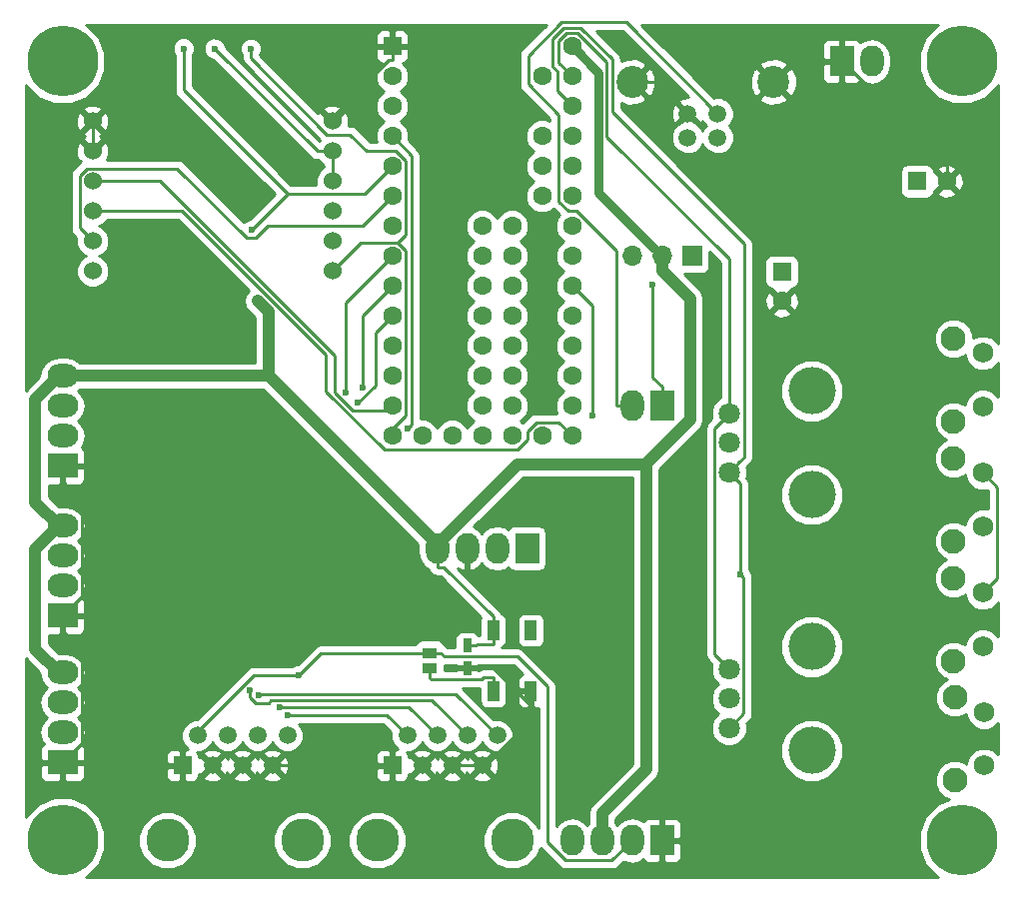
<source format=gbr>
G04 #@! TF.FileFunction,Copper,L2,Bot,Signal*
%FSLAX46Y46*%
G04 Gerber Fmt 4.6, Leading zero omitted, Abs format (unit mm)*
G04 Created by KiCad (PCBNEW 4.0.7-e2-6376~58~ubuntu16.04.1) date Tue May  1 20:05:14 2018*
%MOMM*%
%LPD*%
G01*
G04 APERTURE LIST*
%ADD10C,0.100000*%
%ADD11R,1.600000X1.600000*%
%ADD12C,1.600000*%
%ADD13R,2.000000X2.600000*%
%ADD14O,2.000000X2.600000*%
%ADD15C,1.520000*%
%ADD16C,2.700000*%
%ADD17R,1.700000X1.700000*%
%ADD18O,1.700000X1.700000*%
%ADD19R,2.600000X2.000000*%
%ADD20O,2.600000X2.000000*%
%ADD21C,6.000000*%
%ADD22C,1.524000*%
%ADD23C,2.100000*%
%ADD24C,1.750000*%
%ADD25C,3.650000*%
%ADD26R,1.500000X1.500000*%
%ADD27C,1.500000*%
%ADD28R,0.750000X1.200000*%
%ADD29R,0.998220X1.651000*%
%ADD30R,1.270000X0.970000*%
%ADD31C,1.800000*%
%ADD32C,4.000000*%
%ADD33C,0.600000*%
%ADD34C,1.000000*%
%ADD35C,0.750000*%
%ADD36C,0.250000*%
%ADD37C,0.254000*%
G04 APERTURE END LIST*
D10*
D11*
X176570000Y-48260000D03*
D12*
X179070000Y-48260000D03*
D11*
X165100000Y-55920000D03*
D12*
X165100000Y-58420000D03*
D13*
X170180000Y-38100000D03*
D14*
X172720000Y-38100000D03*
D15*
X159670000Y-44545000D03*
X157130000Y-44545000D03*
X157130000Y-42545000D03*
X159670000Y-42545000D03*
D16*
X164400000Y-39845000D03*
X152400000Y-39845000D03*
D13*
X154940000Y-67310000D03*
D14*
X152400000Y-67310000D03*
D17*
X157480000Y-54610000D03*
D18*
X154940000Y-54610000D03*
X152400000Y-54610000D03*
D13*
X154940000Y-104140000D03*
D14*
X152400000Y-104140000D03*
X149860000Y-104140000D03*
X147320000Y-104140000D03*
D13*
X143510000Y-79375000D03*
D14*
X140970000Y-79375000D03*
X138430000Y-79375000D03*
X135890000Y-79375000D03*
D19*
X104140000Y-85090000D03*
D20*
X104140000Y-82550000D03*
X104140000Y-80010000D03*
X104140000Y-77470000D03*
D19*
X104140000Y-72390000D03*
D20*
X104140000Y-69850000D03*
X104140000Y-67310000D03*
X104140000Y-64770000D03*
D21*
X180340000Y-104140000D03*
X104140000Y-38100000D03*
X104140000Y-104140000D03*
X180340000Y-38100000D03*
D22*
X106680000Y-43180000D03*
X106680000Y-45720000D03*
X106680000Y-48260000D03*
X106680000Y-50800000D03*
X106680000Y-53340000D03*
X106680000Y-55880000D03*
X127000000Y-55880000D03*
X127000000Y-53340000D03*
X127000000Y-50800000D03*
X127000000Y-48260000D03*
X127000000Y-45720000D03*
X127000000Y-43180000D03*
D12*
X139700000Y-69850000D03*
X142240000Y-69850000D03*
X144780000Y-69850000D03*
X147320000Y-69850000D03*
X137160000Y-69850000D03*
X134620000Y-69850000D03*
X132080000Y-69850000D03*
X147320000Y-67310000D03*
X147320000Y-64770000D03*
X147320000Y-62230000D03*
X147320000Y-59690000D03*
X147320000Y-57150000D03*
X147320000Y-54610000D03*
X147320000Y-52070000D03*
X147320000Y-49530000D03*
X147320000Y-46990000D03*
X147320000Y-44450000D03*
X147320000Y-41910000D03*
X147320000Y-39370000D03*
X147320000Y-36830000D03*
X144780000Y-39370000D03*
X144780000Y-44450000D03*
X144780000Y-46990000D03*
X144780000Y-49530000D03*
X132080000Y-67310000D03*
X132080000Y-64770000D03*
X132080000Y-62230000D03*
X132080000Y-59690000D03*
X132080000Y-57150000D03*
X132080000Y-54610000D03*
X132080000Y-52070000D03*
X132080000Y-49530000D03*
X132080000Y-46990000D03*
X132080000Y-44450000D03*
X132080000Y-41910000D03*
X132080000Y-39370000D03*
D11*
X132080000Y-36830000D03*
D12*
X139700000Y-52070000D03*
X139700000Y-54610000D03*
X139700000Y-57150000D03*
X139700000Y-59690000D03*
X139700000Y-62230000D03*
X139700000Y-64770000D03*
X139700000Y-67310000D03*
X142240000Y-67310000D03*
X142240000Y-64770000D03*
X142240000Y-62230000D03*
X142240000Y-59690000D03*
X142240000Y-57150000D03*
X142240000Y-54610000D03*
X142240000Y-52070000D03*
D23*
X179655000Y-68590000D03*
D24*
X182145000Y-67330000D03*
X182145000Y-62830000D03*
D23*
X179655000Y-61580000D03*
X179655000Y-78750000D03*
D24*
X182145000Y-77490000D03*
X182145000Y-72990000D03*
D23*
X179655000Y-71740000D03*
X179655000Y-88910000D03*
D24*
X182145000Y-87650000D03*
X182145000Y-83150000D03*
D23*
X179655000Y-81900000D03*
D25*
X142240000Y-104140000D03*
X130810000Y-104140000D03*
D26*
X132080000Y-97790000D03*
D27*
X133350000Y-95250000D03*
X134620000Y-97790000D03*
X135890000Y-95250000D03*
X137160000Y-97790000D03*
X138430000Y-95250000D03*
X139700000Y-97790000D03*
X140970000Y-95250000D03*
D25*
X124460000Y-104140000D03*
X113030000Y-104140000D03*
D26*
X114300000Y-97790000D03*
D27*
X115570000Y-95250000D03*
X116840000Y-97790000D03*
X118110000Y-95250000D03*
X119380000Y-97790000D03*
X120650000Y-95250000D03*
X121920000Y-97790000D03*
X123190000Y-95250000D03*
D19*
X104140000Y-97540200D03*
D20*
X104140000Y-95000200D03*
X104140000Y-92460200D03*
X104140000Y-89920200D03*
D23*
X179755000Y-99050000D03*
D24*
X182245000Y-97790000D03*
X182245000Y-93290000D03*
D23*
X179755000Y-92040000D03*
D28*
X138430000Y-87635000D03*
X138430000Y-89535000D03*
D29*
X140642340Y-86324440D03*
X143837660Y-86324440D03*
X143837660Y-91475560D03*
X140642340Y-91475560D03*
D30*
X135255000Y-89540000D03*
X135255000Y-88260000D03*
D31*
X160640000Y-67940000D03*
X160640000Y-70440000D03*
X160640000Y-72940000D03*
D32*
X167640000Y-66040000D03*
X167640000Y-74840000D03*
D31*
X160640000Y-89620000D03*
X160640000Y-92120000D03*
X160640000Y-94620000D03*
D32*
X167640000Y-87720000D03*
X167640000Y-96520000D03*
D33*
X120650000Y-58420000D03*
X149014300Y-68163600D03*
X123236700Y-93509700D03*
X122577600Y-92870700D03*
X120035100Y-91373900D03*
X120790300Y-91809700D03*
X120092900Y-37011500D03*
X120190500Y-52363100D03*
X114390000Y-37010000D03*
X133350000Y-69241000D03*
X129549800Y-65767300D03*
X129186700Y-67059000D03*
X128117300Y-66147000D03*
X117036700Y-37010500D03*
X154130900Y-57027000D03*
X161591700Y-81575000D03*
X124188200Y-90111700D03*
D34*
X154940000Y-55812081D02*
X154940000Y-54610000D01*
X154940000Y-55812100D02*
X154940000Y-55812081D01*
X157339010Y-68470990D02*
X157339010Y-58211110D01*
X157339010Y-58211110D02*
X154940000Y-55812100D01*
X154460000Y-71350000D02*
X157339010Y-68470990D01*
X153560990Y-72249010D02*
X154460000Y-71350000D01*
X142715990Y-72249010D02*
X153560990Y-72249010D01*
X135890000Y-79075000D02*
X142715990Y-72249010D01*
D35*
X149574977Y-49244977D02*
X154090001Y-53760001D01*
X154090001Y-53760001D02*
X154940000Y-54610000D01*
X147320000Y-36830000D02*
X149574977Y-39084978D01*
X149574977Y-39084978D02*
X149574977Y-49244977D01*
D34*
X149860000Y-101840000D02*
X149860000Y-104140000D01*
X153600000Y-98100000D02*
X149860000Y-101840000D01*
X153600000Y-72210000D02*
X153600000Y-98100000D01*
X154460000Y-71350000D02*
X153600000Y-72210000D01*
X121585000Y-59355000D02*
X120650000Y-58420000D01*
X121585000Y-64770000D02*
X121585000Y-59355000D01*
X101840000Y-75470000D02*
X103840000Y-77470000D01*
X101840000Y-66770000D02*
X101840000Y-75470000D01*
X103840000Y-64770000D02*
X101840000Y-66770000D01*
X104140000Y-64770000D02*
X103840000Y-64770000D01*
X104140000Y-77470000D02*
X103840000Y-77470000D01*
X103840000Y-89920200D02*
X104140000Y-89920200D01*
X101840000Y-87920200D02*
X103840000Y-89920200D01*
X101840000Y-79470000D02*
X101840000Y-87920200D01*
X103840000Y-77470000D02*
X101840000Y-79470000D01*
X104140000Y-64770000D02*
X121585000Y-64770000D01*
X121585000Y-64770000D02*
X135890000Y-79075000D01*
D36*
X139290100Y-87475200D02*
X139130300Y-87635000D01*
X140642300Y-87475200D02*
X139290100Y-87475200D01*
X140642300Y-86324400D02*
X140642300Y-87475200D01*
X138430000Y-87635000D02*
X139130300Y-87635000D01*
D34*
X135890000Y-79375000D02*
X135890000Y-79075000D01*
D36*
X136469000Y-81000300D02*
X140642300Y-85173600D01*
X135890000Y-81000300D02*
X136469000Y-81000300D01*
X140642300Y-86324400D02*
X140642300Y-85173600D01*
X135890000Y-79375000D02*
X135890000Y-81000300D01*
X132080000Y-36830000D02*
X132080000Y-37955300D01*
X121920000Y-97790000D02*
X132080000Y-97790000D01*
X154430000Y-39845000D02*
X157130000Y-42545000D01*
X152400000Y-39845000D02*
X154430000Y-39845000D01*
X105797700Y-75373000D02*
X104140000Y-73715300D01*
X105797700Y-83432300D02*
X105797700Y-75373000D01*
X104140000Y-85090000D02*
X105797700Y-83432300D01*
X143799400Y-92626400D02*
X143786000Y-92639800D01*
X143837700Y-92626400D02*
X143799400Y-92626400D01*
X140681200Y-89535000D02*
X138430000Y-89535000D01*
X143786000Y-92639800D02*
X140681200Y-89535000D01*
X143837700Y-91475600D02*
X143837700Y-92626400D01*
X104140000Y-72390000D02*
X104140000Y-73715300D01*
X106680000Y-45720000D02*
X106680000Y-43180000D01*
X139955200Y-97790000D02*
X139700000Y-97790000D01*
X143786000Y-93959200D02*
X139955200Y-97790000D01*
X143786000Y-92639800D02*
X143786000Y-93959200D01*
X139700000Y-97790000D02*
X137160000Y-97790000D01*
X179070000Y-46990000D02*
X179070000Y-48260000D01*
X170180000Y-38100000D02*
X179070000Y-46990000D01*
X127000000Y-42765200D02*
X127000000Y-43180000D01*
X131809900Y-37955300D02*
X127000000Y-42765200D01*
X132080000Y-37955300D02*
X131809900Y-37955300D01*
X104140000Y-85090000D02*
X104140000Y-86415300D01*
X107665800Y-97790000D02*
X105778000Y-95902200D01*
X114300000Y-97790000D02*
X107665800Y-97790000D01*
X104140000Y-97540200D02*
X105778000Y-95902200D01*
X105778000Y-88053300D02*
X104140000Y-86415300D01*
X105778000Y-95902200D02*
X105778000Y-88053300D01*
X149014300Y-58844300D02*
X149014300Y-68163600D01*
X147320000Y-57150000D02*
X149014300Y-58844300D01*
X131609700Y-93509700D02*
X123236700Y-93509700D01*
X133350000Y-95250000D02*
X131609700Y-93509700D01*
X133510700Y-92870700D02*
X122577600Y-92870700D01*
X135890000Y-95250000D02*
X133510700Y-92870700D01*
X135413000Y-92233000D02*
X138430000Y-95250000D01*
X121823100Y-92233000D02*
X135413000Y-92233000D01*
X121586200Y-92469900D02*
X121823100Y-92233000D01*
X120510100Y-92469900D02*
X121586200Y-92469900D01*
X120035100Y-91994900D02*
X120510100Y-92469900D01*
X120035100Y-91373900D02*
X120035100Y-91994900D01*
X120866200Y-91733800D02*
X120790300Y-91809700D01*
X137453800Y-91733800D02*
X120866200Y-91733800D01*
X140970000Y-95250000D02*
X137453800Y-91733800D01*
X133223400Y-52809800D02*
X132561700Y-53471500D01*
X133223400Y-46530800D02*
X133223400Y-52809800D01*
X132412600Y-45720000D02*
X133223400Y-46530800D01*
X129927600Y-45720000D02*
X132412600Y-45720000D01*
X128498200Y-44290600D02*
X129927600Y-45720000D01*
X126572900Y-44290600D02*
X128498200Y-44290600D01*
X120092900Y-37810600D02*
X126572900Y-44290600D01*
X120092900Y-37011500D02*
X120092900Y-37810600D01*
X129408500Y-53471500D02*
X127000000Y-55880000D01*
X132561700Y-53471500D02*
X129408500Y-53471500D01*
X133245400Y-54155200D02*
X132561700Y-53471500D01*
X133245400Y-68098700D02*
X133245400Y-54155200D01*
X132080000Y-69264100D02*
X133245400Y-68098700D01*
X132080000Y-69850000D02*
X132080000Y-69264100D01*
X146166000Y-68696000D02*
X147320000Y-69850000D01*
X144277300Y-68696000D02*
X146166000Y-68696000D01*
X143510000Y-69463300D02*
X144277300Y-68696000D01*
X143510000Y-70184600D02*
X143510000Y-69463300D01*
X142681200Y-71013400D02*
X143510000Y-70184600D01*
X131406500Y-71013400D02*
X142681200Y-71013400D01*
X126448500Y-66055400D02*
X131406500Y-71013400D01*
X126448500Y-62995900D02*
X126448500Y-66055400D01*
X114252600Y-50800000D02*
X126448500Y-62995900D01*
X106680000Y-50800000D02*
X114252600Y-50800000D01*
X112432200Y-48260000D02*
X106680000Y-48260000D01*
X127219000Y-63046800D02*
X112432200Y-48260000D01*
X127219000Y-66160900D02*
X127219000Y-63046800D01*
X128746600Y-67688500D02*
X127219000Y-66160900D01*
X131701500Y-67688500D02*
X128746600Y-67688500D01*
X132080000Y-67310000D02*
X131701500Y-67688500D01*
X114390000Y-40535800D02*
X114390000Y-37010000D01*
X123203900Y-49349700D02*
X114390000Y-40535800D01*
X129720300Y-49349700D02*
X123203900Y-49349700D01*
X132080000Y-46990000D02*
X129720300Y-49349700D01*
X123203900Y-49349700D02*
X120190500Y-52363100D01*
X105586000Y-52246000D02*
X106680000Y-53340000D01*
X105586000Y-47768600D02*
X105586000Y-52246000D01*
X106183700Y-47170900D02*
X105586000Y-47768600D01*
X113873100Y-47170900D02*
X106183700Y-47170900D01*
X119740400Y-53038200D02*
X113873100Y-47170900D01*
X120540900Y-53038200D02*
X119740400Y-53038200D01*
X121509100Y-52070000D02*
X120540900Y-53038200D01*
X129540000Y-52070000D02*
X121509100Y-52070000D01*
X132080000Y-49530000D02*
X129540000Y-52070000D01*
X183345400Y-74190400D02*
X182145000Y-72990000D01*
X183345400Y-81949600D02*
X183345400Y-74190400D01*
X182145000Y-83150000D02*
X183345400Y-81949600D01*
X133738700Y-46108700D02*
X132080000Y-44450000D01*
X133738700Y-68852300D02*
X133738700Y-46108700D01*
X133350000Y-69241000D02*
X133738700Y-68852300D01*
X129549800Y-59680200D02*
X129549800Y-65767300D01*
X132080000Y-57150000D02*
X129549800Y-59680200D01*
X130665400Y-65580300D02*
X129186700Y-67059000D01*
X130665400Y-61104600D02*
X130665400Y-65580300D01*
X132080000Y-59690000D02*
X130665400Y-61104600D01*
X128117300Y-58572700D02*
X128117300Y-66147000D01*
X132080000Y-54610000D02*
X128117300Y-58572700D01*
X127000000Y-48260000D02*
X127000000Y-45720000D01*
X125746200Y-45720000D02*
X117036700Y-37010500D01*
X127000000Y-45720000D02*
X125746200Y-45720000D01*
X154130900Y-64875600D02*
X154940000Y-65684700D01*
X154130900Y-57027000D02*
X154130900Y-64875600D01*
X154940000Y-67310000D02*
X154940000Y-65684700D01*
X152400000Y-67310000D02*
X151074700Y-67310000D01*
X151074700Y-54159300D02*
X151074700Y-67310000D01*
X147715400Y-50800000D02*
X151074700Y-54159300D01*
X146985300Y-50800000D02*
X147715400Y-50800000D01*
X146194600Y-50009300D02*
X146985300Y-50800000D01*
X146194600Y-42621900D02*
X146194600Y-50009300D01*
X143616600Y-40043900D02*
X146194600Y-42621900D01*
X143616600Y-37601100D02*
X143616600Y-40043900D01*
X146431200Y-34786500D02*
X143616600Y-37601100D01*
X151911500Y-34786500D02*
X146431200Y-34786500D01*
X159670000Y-42545000D02*
X151911500Y-34786500D01*
X161914600Y-71665400D02*
X161539999Y-72040001D01*
X161539999Y-72040001D02*
X160640000Y-72940000D01*
X150724999Y-37914999D02*
X150724999Y-42379099D01*
X145690200Y-38532800D02*
X145690200Y-36164400D01*
X147320000Y-41910000D02*
X146050000Y-40640000D01*
X146050000Y-38892600D02*
X145690200Y-38532800D01*
X145690200Y-36164400D02*
X146617800Y-35236800D01*
X146050000Y-40640000D02*
X146050000Y-38892600D01*
X150724999Y-42379099D02*
X161914600Y-53568700D01*
X148046800Y-35236800D02*
X150724999Y-37914999D01*
X161914600Y-53568700D02*
X161914600Y-71665400D01*
X146617800Y-35236800D02*
X148046800Y-35236800D01*
X161865400Y-81848700D02*
X161591700Y-81575000D01*
X161865400Y-93394600D02*
X161865400Y-81848700D01*
X160640000Y-94620000D02*
X161865400Y-93394600D01*
X161591700Y-73891700D02*
X160640000Y-72940000D01*
X161591700Y-81575000D02*
X161591700Y-73891700D01*
X160640000Y-66667208D02*
X160640000Y-67940000D01*
X150274988Y-38148088D02*
X150274988Y-44476488D01*
X147819300Y-35692400D02*
X150274988Y-38148088D01*
X146825400Y-35692400D02*
X147819300Y-35692400D01*
X147320000Y-39370000D02*
X146175700Y-38225700D01*
X146175700Y-36342100D02*
X146825400Y-35692400D01*
X146175700Y-38225700D02*
X146175700Y-36342100D01*
X150274988Y-44476488D02*
X160640000Y-54841500D01*
X160640000Y-54841500D02*
X160640000Y-66667208D01*
X159380900Y-69199100D02*
X160640000Y-67940000D01*
X159380900Y-88360900D02*
X159380900Y-69199100D01*
X160640000Y-89620000D02*
X159380900Y-88360900D01*
X139817900Y-90324800D02*
X140642300Y-90324800D01*
X139651700Y-90491000D02*
X139817900Y-90324800D01*
X135395700Y-90491000D02*
X139651700Y-90491000D01*
X135255000Y-90350300D02*
X135395700Y-90491000D01*
X135255000Y-89540000D02*
X135255000Y-90350300D01*
X140642300Y-91475600D02*
X140642300Y-90324800D01*
X115570000Y-94889300D02*
X115570000Y-95250000D01*
X120347600Y-90111700D02*
X115570000Y-94889300D01*
X124188200Y-90111700D02*
X120347600Y-90111700D01*
X126039900Y-88260000D02*
X135255000Y-88260000D01*
X124188200Y-90111700D02*
X126039900Y-88260000D01*
X150703600Y-105836400D02*
X152400000Y-104140000D01*
X146798200Y-105836400D02*
X150703600Y-105836400D01*
X145213400Y-104251600D02*
X146798200Y-105836400D01*
X145213400Y-91063400D02*
X145213400Y-104251600D01*
X142710300Y-88560300D02*
X145213400Y-91063400D01*
X136515600Y-88560300D02*
X142710300Y-88560300D01*
X136215300Y-88260000D02*
X136515600Y-88560300D01*
X135255000Y-88260000D02*
X136215300Y-88260000D01*
D37*
G36*
X178283628Y-35016600D02*
X177260194Y-36038249D01*
X176705632Y-37373782D01*
X176704370Y-38819874D01*
X177256600Y-40156372D01*
X178278249Y-41179806D01*
X179613782Y-41734368D01*
X181059874Y-41735630D01*
X182396372Y-41183400D01*
X183419806Y-40161751D01*
X183440000Y-40113118D01*
X183440000Y-62009987D01*
X183425862Y-61975771D01*
X183001463Y-61550630D01*
X182446675Y-61320262D01*
X181845960Y-61319738D01*
X181340045Y-61528778D01*
X181340292Y-61246303D01*
X181084306Y-60626771D01*
X180610722Y-60152360D01*
X179991638Y-59895293D01*
X179321303Y-59894708D01*
X178701771Y-60150694D01*
X178227360Y-60624278D01*
X177970293Y-61243362D01*
X177969708Y-61913697D01*
X178225694Y-62533229D01*
X178699278Y-63007640D01*
X179318362Y-63264707D01*
X179988697Y-63265292D01*
X180608229Y-63009306D01*
X180634866Y-62982716D01*
X180634738Y-63129040D01*
X180864138Y-63684229D01*
X181288537Y-64109370D01*
X181843325Y-64339738D01*
X182444040Y-64340262D01*
X182999229Y-64110862D01*
X183424370Y-63686463D01*
X183440000Y-63648822D01*
X183440000Y-66509987D01*
X183425862Y-66475771D01*
X183001463Y-66050630D01*
X182446675Y-65820262D01*
X181845960Y-65819738D01*
X181290771Y-66049138D01*
X180865630Y-66473537D01*
X180635262Y-67028325D01*
X180635124Y-67186804D01*
X180610722Y-67162360D01*
X179991638Y-66905293D01*
X179321303Y-66904708D01*
X178701771Y-67160694D01*
X178227360Y-67634278D01*
X177970293Y-68253362D01*
X177969708Y-68923697D01*
X178225694Y-69543229D01*
X178699278Y-70017640D01*
X179054268Y-70165045D01*
X178701771Y-70310694D01*
X178227360Y-70784278D01*
X177970293Y-71403362D01*
X177969708Y-72073697D01*
X178225694Y-72693229D01*
X178699278Y-73167640D01*
X179318362Y-73424707D01*
X179988697Y-73425292D01*
X180608229Y-73169306D01*
X180634866Y-73142716D01*
X180634738Y-73289040D01*
X180864138Y-73844229D01*
X181288537Y-74269370D01*
X181843325Y-74499738D01*
X182444040Y-74500262D01*
X182540573Y-74460375D01*
X182585400Y-74505202D01*
X182585400Y-76037866D01*
X182446675Y-75980262D01*
X181845960Y-75979738D01*
X181290771Y-76209138D01*
X180865630Y-76633537D01*
X180635262Y-77188325D01*
X180635124Y-77346804D01*
X180610722Y-77322360D01*
X179991638Y-77065293D01*
X179321303Y-77064708D01*
X178701771Y-77320694D01*
X178227360Y-77794278D01*
X177970293Y-78413362D01*
X177969708Y-79083697D01*
X178225694Y-79703229D01*
X178699278Y-80177640D01*
X179054268Y-80325045D01*
X178701771Y-80470694D01*
X178227360Y-80944278D01*
X177970293Y-81563362D01*
X177969708Y-82233697D01*
X178225694Y-82853229D01*
X178699278Y-83327640D01*
X179318362Y-83584707D01*
X179988697Y-83585292D01*
X180608229Y-83329306D01*
X180634866Y-83302716D01*
X180634738Y-83449040D01*
X180864138Y-84004229D01*
X181288537Y-84429370D01*
X181843325Y-84659738D01*
X182444040Y-84660262D01*
X182999229Y-84430862D01*
X183424370Y-84006463D01*
X183440000Y-83968822D01*
X183440000Y-86829987D01*
X183425862Y-86795771D01*
X183001463Y-86370630D01*
X182446675Y-86140262D01*
X181845960Y-86139738D01*
X181290771Y-86369138D01*
X180865630Y-86793537D01*
X180635262Y-87348325D01*
X180635124Y-87506804D01*
X180610722Y-87482360D01*
X179991638Y-87225293D01*
X179321303Y-87224708D01*
X178701771Y-87480694D01*
X178227360Y-87954278D01*
X177970293Y-88573362D01*
X177969708Y-89243697D01*
X178225694Y-89863229D01*
X178699278Y-90337640D01*
X179080002Y-90495731D01*
X178801771Y-90610694D01*
X178327360Y-91084278D01*
X178070293Y-91703362D01*
X178069708Y-92373697D01*
X178325694Y-92993229D01*
X178799278Y-93467640D01*
X179418362Y-93724707D01*
X180088697Y-93725292D01*
X180708229Y-93469306D01*
X180734866Y-93442716D01*
X180734738Y-93589040D01*
X180964138Y-94144229D01*
X181388537Y-94569370D01*
X181943325Y-94799738D01*
X182544040Y-94800262D01*
X183099229Y-94570862D01*
X183440000Y-94230686D01*
X183440000Y-96849759D01*
X183101463Y-96510630D01*
X182546675Y-96280262D01*
X181945960Y-96279738D01*
X181390771Y-96509138D01*
X180965630Y-96933537D01*
X180735262Y-97488325D01*
X180735124Y-97646804D01*
X180710722Y-97622360D01*
X180091638Y-97365293D01*
X179421303Y-97364708D01*
X178801771Y-97620694D01*
X178327360Y-98094278D01*
X178070293Y-98713362D01*
X178069708Y-99383697D01*
X178325694Y-100003229D01*
X178799278Y-100477640D01*
X179240954Y-100661041D01*
X178283628Y-101056600D01*
X177260194Y-102078249D01*
X176705632Y-103413782D01*
X176704370Y-104859874D01*
X177256600Y-106196372D01*
X178278249Y-107219806D01*
X178326882Y-107240000D01*
X106156197Y-107240000D01*
X106196372Y-107223400D01*
X107219806Y-106201751D01*
X107774368Y-104866218D01*
X107774576Y-104627177D01*
X110569574Y-104627177D01*
X110943298Y-105531657D01*
X111634703Y-106224270D01*
X112538529Y-106599572D01*
X113517177Y-106600426D01*
X114421657Y-106226702D01*
X115114270Y-105535297D01*
X115489572Y-104631471D01*
X115489575Y-104627177D01*
X121999574Y-104627177D01*
X122373298Y-105531657D01*
X123064703Y-106224270D01*
X123968529Y-106599572D01*
X124947177Y-106600426D01*
X125851657Y-106226702D01*
X126544270Y-105535297D01*
X126919572Y-104631471D01*
X126919575Y-104627177D01*
X128349574Y-104627177D01*
X128723298Y-105531657D01*
X129414703Y-106224270D01*
X130318529Y-106599572D01*
X131297177Y-106600426D01*
X132201657Y-106226702D01*
X132894270Y-105535297D01*
X133269572Y-104631471D01*
X133270426Y-103652823D01*
X132896702Y-102748343D01*
X132205297Y-102055730D01*
X131301471Y-101680428D01*
X130322823Y-101679574D01*
X129418343Y-102053298D01*
X128725730Y-102744703D01*
X128350428Y-103648529D01*
X128349574Y-104627177D01*
X126919575Y-104627177D01*
X126920426Y-103652823D01*
X126546702Y-102748343D01*
X125855297Y-102055730D01*
X124951471Y-101680428D01*
X123972823Y-101679574D01*
X123068343Y-102053298D01*
X122375730Y-102744703D01*
X122000428Y-103648529D01*
X121999574Y-104627177D01*
X115489575Y-104627177D01*
X115490426Y-103652823D01*
X115116702Y-102748343D01*
X114425297Y-102055730D01*
X113521471Y-101680428D01*
X112542823Y-101679574D01*
X111638343Y-102053298D01*
X110945730Y-102744703D01*
X110570428Y-103648529D01*
X110569574Y-104627177D01*
X107774576Y-104627177D01*
X107775630Y-103420126D01*
X107223400Y-102083628D01*
X106201751Y-101060194D01*
X104866218Y-100505632D01*
X103420126Y-100504370D01*
X102083628Y-101056600D01*
X101060194Y-102078249D01*
X101040000Y-102126882D01*
X101040000Y-97825950D01*
X102205000Y-97825950D01*
X102205000Y-98666509D01*
X102301673Y-98899898D01*
X102480301Y-99078527D01*
X102713690Y-99175200D01*
X103854250Y-99175200D01*
X104013000Y-99016450D01*
X104013000Y-97667200D01*
X104267000Y-97667200D01*
X104267000Y-99016450D01*
X104425750Y-99175200D01*
X105566310Y-99175200D01*
X105799699Y-99078527D01*
X105978327Y-98899898D01*
X106075000Y-98666509D01*
X106075000Y-98075750D01*
X112915000Y-98075750D01*
X112915000Y-98666310D01*
X113011673Y-98899699D01*
X113190302Y-99078327D01*
X113423691Y-99175000D01*
X114014250Y-99175000D01*
X114173000Y-99016250D01*
X114173000Y-97917000D01*
X113073750Y-97917000D01*
X112915000Y-98075750D01*
X106075000Y-98075750D01*
X106075000Y-97825950D01*
X105916250Y-97667200D01*
X104267000Y-97667200D01*
X104013000Y-97667200D01*
X102363750Y-97667200D01*
X102205000Y-97825950D01*
X101040000Y-97825950D01*
X101040000Y-88725332D01*
X102178336Y-89863668D01*
X102167091Y-89920200D01*
X102291548Y-90545887D01*
X102645971Y-91076320D01*
X102816405Y-91190200D01*
X102645971Y-91304080D01*
X102291548Y-91834513D01*
X102167091Y-92460200D01*
X102291548Y-93085887D01*
X102645971Y-93616320D01*
X102816405Y-93730200D01*
X102645971Y-93844080D01*
X102291548Y-94374513D01*
X102167091Y-95000200D01*
X102291548Y-95625887D01*
X102529231Y-95981606D01*
X102480301Y-96001873D01*
X102301673Y-96180502D01*
X102205000Y-96413891D01*
X102205000Y-97254450D01*
X102363750Y-97413200D01*
X104013000Y-97413200D01*
X104013000Y-97393200D01*
X104267000Y-97393200D01*
X104267000Y-97413200D01*
X105916250Y-97413200D01*
X106075000Y-97254450D01*
X106075000Y-96913690D01*
X112915000Y-96913690D01*
X112915000Y-97504250D01*
X113073750Y-97663000D01*
X114173000Y-97663000D01*
X114173000Y-96563750D01*
X114014250Y-96405000D01*
X113423691Y-96405000D01*
X113190302Y-96501673D01*
X113011673Y-96680301D01*
X112915000Y-96913690D01*
X106075000Y-96913690D01*
X106075000Y-96413891D01*
X105978327Y-96180502D01*
X105799699Y-96001873D01*
X105750769Y-95981606D01*
X105988452Y-95625887D01*
X106112909Y-95000200D01*
X105988452Y-94374513D01*
X105634029Y-93844080D01*
X105463595Y-93730200D01*
X105634029Y-93616320D01*
X105988452Y-93085887D01*
X106112909Y-92460200D01*
X105988452Y-91834513D01*
X105634029Y-91304080D01*
X105463595Y-91190200D01*
X105634029Y-91076320D01*
X105988452Y-90545887D01*
X106112909Y-89920200D01*
X105988452Y-89294513D01*
X105634029Y-88764080D01*
X105103596Y-88409657D01*
X104477909Y-88285200D01*
X103810132Y-88285200D01*
X102975000Y-87450068D01*
X102975000Y-86725000D01*
X103854250Y-86725000D01*
X104013000Y-86566250D01*
X104013000Y-85217000D01*
X104267000Y-85217000D01*
X104267000Y-86566250D01*
X104425750Y-86725000D01*
X105566310Y-86725000D01*
X105799699Y-86628327D01*
X105978327Y-86449698D01*
X106075000Y-86216309D01*
X106075000Y-85375750D01*
X105916250Y-85217000D01*
X104267000Y-85217000D01*
X104013000Y-85217000D01*
X103993000Y-85217000D01*
X103993000Y-84963000D01*
X104013000Y-84963000D01*
X104013000Y-84943000D01*
X104267000Y-84943000D01*
X104267000Y-84963000D01*
X105916250Y-84963000D01*
X106075000Y-84804250D01*
X106075000Y-83963691D01*
X105978327Y-83730302D01*
X105799699Y-83551673D01*
X105750769Y-83531406D01*
X105988452Y-83175687D01*
X106112909Y-82550000D01*
X105988452Y-81924313D01*
X105634029Y-81393880D01*
X105463595Y-81280000D01*
X105634029Y-81166120D01*
X105988452Y-80635687D01*
X106112909Y-80010000D01*
X105988452Y-79384313D01*
X105634029Y-78853880D01*
X105463595Y-78740000D01*
X105634029Y-78626120D01*
X105988452Y-78095687D01*
X106112909Y-77470000D01*
X105988452Y-76844313D01*
X105634029Y-76313880D01*
X105103596Y-75959457D01*
X104477909Y-75835000D01*
X103810132Y-75835000D01*
X102975000Y-74999868D01*
X102975000Y-74025000D01*
X103854250Y-74025000D01*
X104013000Y-73866250D01*
X104013000Y-72517000D01*
X104267000Y-72517000D01*
X104267000Y-73866250D01*
X104425750Y-74025000D01*
X105566310Y-74025000D01*
X105799699Y-73928327D01*
X105978327Y-73749698D01*
X106075000Y-73516309D01*
X106075000Y-72675750D01*
X105916250Y-72517000D01*
X104267000Y-72517000D01*
X104013000Y-72517000D01*
X103993000Y-72517000D01*
X103993000Y-72263000D01*
X104013000Y-72263000D01*
X104013000Y-72243000D01*
X104267000Y-72243000D01*
X104267000Y-72263000D01*
X105916250Y-72263000D01*
X106075000Y-72104250D01*
X106075000Y-71263691D01*
X105978327Y-71030302D01*
X105799699Y-70851673D01*
X105750769Y-70831406D01*
X105988452Y-70475687D01*
X106112909Y-69850000D01*
X105988452Y-69224313D01*
X105634029Y-68693880D01*
X105463595Y-68580000D01*
X105634029Y-68466120D01*
X105988452Y-67935687D01*
X106112909Y-67310000D01*
X105988452Y-66684313D01*
X105634029Y-66153880D01*
X105463595Y-66040000D01*
X105634029Y-65926120D01*
X105648141Y-65905000D01*
X121114868Y-65905000D01*
X134255000Y-79045132D01*
X134255000Y-79712909D01*
X134379457Y-80338596D01*
X134733880Y-80869029D01*
X135160604Y-81154156D01*
X135187852Y-81291139D01*
X135352599Y-81537701D01*
X135599161Y-81702448D01*
X135890000Y-81760300D01*
X136154198Y-81760300D01*
X139585016Y-85191118D01*
X139546799Y-85247050D01*
X139495790Y-85498940D01*
X139495790Y-86715200D01*
X139353799Y-86715200D01*
X139269090Y-86583559D01*
X139056890Y-86438569D01*
X138805000Y-86387560D01*
X138055000Y-86387560D01*
X137819683Y-86431838D01*
X137603559Y-86570910D01*
X137458569Y-86783110D01*
X137407560Y-87035000D01*
X137407560Y-87800300D01*
X136830402Y-87800300D01*
X136752701Y-87722599D01*
X136506139Y-87557852D01*
X136496209Y-87555877D01*
X136493162Y-87539683D01*
X136354090Y-87323559D01*
X136141890Y-87178569D01*
X135890000Y-87127560D01*
X134620000Y-87127560D01*
X134384683Y-87171838D01*
X134168559Y-87310910D01*
X134039359Y-87500000D01*
X126039900Y-87500000D01*
X125749060Y-87557852D01*
X125502499Y-87722599D01*
X124048520Y-89176578D01*
X124003033Y-89176538D01*
X123659257Y-89318583D01*
X123626082Y-89351700D01*
X120347600Y-89351700D01*
X120056761Y-89409552D01*
X119810199Y-89574299D01*
X115519543Y-93864955D01*
X115295715Y-93864760D01*
X114786485Y-94075169D01*
X114396539Y-94464436D01*
X114185241Y-94973298D01*
X114184760Y-95524285D01*
X114395169Y-96033515D01*
X114766007Y-96405000D01*
X114585750Y-96405000D01*
X114427000Y-96563750D01*
X114427000Y-97663000D01*
X114447000Y-97663000D01*
X114447000Y-97917000D01*
X114427000Y-97917000D01*
X114427000Y-99016250D01*
X114585750Y-99175000D01*
X115176309Y-99175000D01*
X115409698Y-99078327D01*
X115588327Y-98899699D01*
X115645563Y-98761517D01*
X116048088Y-98761517D01*
X116116077Y-99002460D01*
X116635171Y-99187201D01*
X117185448Y-99159230D01*
X117563923Y-99002460D01*
X117631912Y-98761517D01*
X118588088Y-98761517D01*
X118656077Y-99002460D01*
X119175171Y-99187201D01*
X119725448Y-99159230D01*
X120103923Y-99002460D01*
X120171912Y-98761517D01*
X121128088Y-98761517D01*
X121196077Y-99002460D01*
X121715171Y-99187201D01*
X122265448Y-99159230D01*
X122643923Y-99002460D01*
X122711912Y-98761517D01*
X121920000Y-97969605D01*
X121128088Y-98761517D01*
X120171912Y-98761517D01*
X119380000Y-97969605D01*
X118588088Y-98761517D01*
X117631912Y-98761517D01*
X116840000Y-97969605D01*
X116048088Y-98761517D01*
X115645563Y-98761517D01*
X115685000Y-98666310D01*
X115685000Y-98530137D01*
X115868483Y-98581912D01*
X116660395Y-97790000D01*
X117019605Y-97790000D01*
X117811517Y-98581912D01*
X118052460Y-98513923D01*
X118105642Y-98364489D01*
X118167540Y-98513923D01*
X118408483Y-98581912D01*
X119200395Y-97790000D01*
X119559605Y-97790000D01*
X120351517Y-98581912D01*
X120592460Y-98513923D01*
X120645642Y-98364489D01*
X120707540Y-98513923D01*
X120948483Y-98581912D01*
X121740395Y-97790000D01*
X122099605Y-97790000D01*
X122891517Y-98581912D01*
X123132460Y-98513923D01*
X123288401Y-98075750D01*
X130695000Y-98075750D01*
X130695000Y-98666310D01*
X130791673Y-98899699D01*
X130970302Y-99078327D01*
X131203691Y-99175000D01*
X131794250Y-99175000D01*
X131953000Y-99016250D01*
X131953000Y-97917000D01*
X130853750Y-97917000D01*
X130695000Y-98075750D01*
X123288401Y-98075750D01*
X123317201Y-97994829D01*
X123289230Y-97444552D01*
X123132460Y-97066077D01*
X122891517Y-96998088D01*
X122099605Y-97790000D01*
X121740395Y-97790000D01*
X120948483Y-96998088D01*
X120707540Y-97066077D01*
X120654358Y-97215511D01*
X120592460Y-97066077D01*
X120351517Y-96998088D01*
X119559605Y-97790000D01*
X119200395Y-97790000D01*
X118408483Y-96998088D01*
X118167540Y-97066077D01*
X118114358Y-97215511D01*
X118052460Y-97066077D01*
X117811517Y-96998088D01*
X117019605Y-97790000D01*
X116660395Y-97790000D01*
X115868483Y-96998088D01*
X115685000Y-97049863D01*
X115685000Y-96913690D01*
X115645564Y-96818483D01*
X116048088Y-96818483D01*
X116840000Y-97610395D01*
X117631912Y-96818483D01*
X118588088Y-96818483D01*
X119380000Y-97610395D01*
X120171912Y-96818483D01*
X121128088Y-96818483D01*
X121920000Y-97610395D01*
X122616705Y-96913690D01*
X130695000Y-96913690D01*
X130695000Y-97504250D01*
X130853750Y-97663000D01*
X131953000Y-97663000D01*
X131953000Y-96563750D01*
X131794250Y-96405000D01*
X131203691Y-96405000D01*
X130970302Y-96501673D01*
X130791673Y-96680301D01*
X130695000Y-96913690D01*
X122616705Y-96913690D01*
X122711912Y-96818483D01*
X122643923Y-96577540D01*
X122124829Y-96392799D01*
X121574552Y-96420770D01*
X121196077Y-96577540D01*
X121128088Y-96818483D01*
X120171912Y-96818483D01*
X120103923Y-96577540D01*
X119584829Y-96392799D01*
X119034552Y-96420770D01*
X118656077Y-96577540D01*
X118588088Y-96818483D01*
X117631912Y-96818483D01*
X117563923Y-96577540D01*
X117044829Y-96392799D01*
X116494552Y-96420770D01*
X116116077Y-96577540D01*
X116048088Y-96818483D01*
X115645564Y-96818483D01*
X115588327Y-96680301D01*
X115543003Y-96634977D01*
X115844285Y-96635240D01*
X116353515Y-96424831D01*
X116743461Y-96035564D01*
X116839976Y-95803130D01*
X116935169Y-96033515D01*
X117324436Y-96423461D01*
X117833298Y-96634759D01*
X118384285Y-96635240D01*
X118893515Y-96424831D01*
X119283461Y-96035564D01*
X119379976Y-95803130D01*
X119475169Y-96033515D01*
X119864436Y-96423461D01*
X120373298Y-96634759D01*
X120924285Y-96635240D01*
X121433515Y-96424831D01*
X121823461Y-96035564D01*
X121919976Y-95803130D01*
X122015169Y-96033515D01*
X122404436Y-96423461D01*
X122913298Y-96634759D01*
X123464285Y-96635240D01*
X123973515Y-96424831D01*
X124363461Y-96035564D01*
X124574759Y-95526702D01*
X124575240Y-94975715D01*
X124364831Y-94466485D01*
X124168389Y-94269700D01*
X131294898Y-94269700D01*
X131974998Y-94949800D01*
X131965241Y-94973298D01*
X131964760Y-95524285D01*
X132175169Y-96033515D01*
X132546007Y-96405000D01*
X132365750Y-96405000D01*
X132207000Y-96563750D01*
X132207000Y-97663000D01*
X132227000Y-97663000D01*
X132227000Y-97917000D01*
X132207000Y-97917000D01*
X132207000Y-99016250D01*
X132365750Y-99175000D01*
X132956309Y-99175000D01*
X133189698Y-99078327D01*
X133368327Y-98899699D01*
X133425563Y-98761517D01*
X133828088Y-98761517D01*
X133896077Y-99002460D01*
X134415171Y-99187201D01*
X134965448Y-99159230D01*
X135343923Y-99002460D01*
X135411912Y-98761517D01*
X136368088Y-98761517D01*
X136436077Y-99002460D01*
X136955171Y-99187201D01*
X137505448Y-99159230D01*
X137883923Y-99002460D01*
X137951912Y-98761517D01*
X138908088Y-98761517D01*
X138976077Y-99002460D01*
X139495171Y-99187201D01*
X140045448Y-99159230D01*
X140423923Y-99002460D01*
X140491912Y-98761517D01*
X139700000Y-97969605D01*
X138908088Y-98761517D01*
X137951912Y-98761517D01*
X137160000Y-97969605D01*
X136368088Y-98761517D01*
X135411912Y-98761517D01*
X134620000Y-97969605D01*
X133828088Y-98761517D01*
X133425563Y-98761517D01*
X133465000Y-98666310D01*
X133465000Y-98530137D01*
X133648483Y-98581912D01*
X134440395Y-97790000D01*
X134799605Y-97790000D01*
X135591517Y-98581912D01*
X135832460Y-98513923D01*
X135885642Y-98364489D01*
X135947540Y-98513923D01*
X136188483Y-98581912D01*
X136980395Y-97790000D01*
X137339605Y-97790000D01*
X138131517Y-98581912D01*
X138372460Y-98513923D01*
X138425642Y-98364489D01*
X138487540Y-98513923D01*
X138728483Y-98581912D01*
X139520395Y-97790000D01*
X139879605Y-97790000D01*
X140671517Y-98581912D01*
X140912460Y-98513923D01*
X141097201Y-97994829D01*
X141069230Y-97444552D01*
X140912460Y-97066077D01*
X140671517Y-96998088D01*
X139879605Y-97790000D01*
X139520395Y-97790000D01*
X138728483Y-96998088D01*
X138487540Y-97066077D01*
X138434358Y-97215511D01*
X138372460Y-97066077D01*
X138131517Y-96998088D01*
X137339605Y-97790000D01*
X136980395Y-97790000D01*
X136188483Y-96998088D01*
X135947540Y-97066077D01*
X135894358Y-97215511D01*
X135832460Y-97066077D01*
X135591517Y-96998088D01*
X134799605Y-97790000D01*
X134440395Y-97790000D01*
X133648483Y-96998088D01*
X133465000Y-97049863D01*
X133465000Y-96913690D01*
X133425564Y-96818483D01*
X133828088Y-96818483D01*
X134620000Y-97610395D01*
X135411912Y-96818483D01*
X136368088Y-96818483D01*
X137160000Y-97610395D01*
X137951912Y-96818483D01*
X138908088Y-96818483D01*
X139700000Y-97610395D01*
X140491912Y-96818483D01*
X140423923Y-96577540D01*
X139904829Y-96392799D01*
X139354552Y-96420770D01*
X138976077Y-96577540D01*
X138908088Y-96818483D01*
X137951912Y-96818483D01*
X137883923Y-96577540D01*
X137364829Y-96392799D01*
X136814552Y-96420770D01*
X136436077Y-96577540D01*
X136368088Y-96818483D01*
X135411912Y-96818483D01*
X135343923Y-96577540D01*
X134824829Y-96392799D01*
X134274552Y-96420770D01*
X133896077Y-96577540D01*
X133828088Y-96818483D01*
X133425564Y-96818483D01*
X133368327Y-96680301D01*
X133323003Y-96634977D01*
X133624285Y-96635240D01*
X134133515Y-96424831D01*
X134523461Y-96035564D01*
X134619976Y-95803130D01*
X134715169Y-96033515D01*
X135104436Y-96423461D01*
X135613298Y-96634759D01*
X136164285Y-96635240D01*
X136673515Y-96424831D01*
X137063461Y-96035564D01*
X137159976Y-95803130D01*
X137255169Y-96033515D01*
X137644436Y-96423461D01*
X138153298Y-96634759D01*
X138704285Y-96635240D01*
X139213515Y-96424831D01*
X139603461Y-96035564D01*
X139699976Y-95803130D01*
X139795169Y-96033515D01*
X140184436Y-96423461D01*
X140693298Y-96634759D01*
X141244285Y-96635240D01*
X141753515Y-96424831D01*
X142143461Y-96035564D01*
X142354759Y-95526702D01*
X142355240Y-94975715D01*
X142144831Y-94466485D01*
X141755564Y-94076539D01*
X141246702Y-93865241D01*
X140695715Y-93864760D01*
X140670132Y-93875330D01*
X138045802Y-91251000D01*
X139495790Y-91251000D01*
X139495790Y-92301060D01*
X139540068Y-92536377D01*
X139679140Y-92752501D01*
X139891340Y-92897491D01*
X140143230Y-92948500D01*
X141141450Y-92948500D01*
X141376767Y-92904222D01*
X141592891Y-92765150D01*
X141737881Y-92552950D01*
X141788890Y-92301060D01*
X141788890Y-91761310D01*
X142703550Y-91761310D01*
X142703550Y-92427369D01*
X142800223Y-92660758D01*
X142978851Y-92839387D01*
X143212240Y-92936060D01*
X143551910Y-92936060D01*
X143710660Y-92777310D01*
X143710660Y-91602560D01*
X142862300Y-91602560D01*
X142703550Y-91761310D01*
X141788890Y-91761310D01*
X141788890Y-90650060D01*
X141744612Y-90414743D01*
X141605540Y-90198619D01*
X141393340Y-90053629D01*
X141346472Y-90044138D01*
X141344448Y-90033961D01*
X141179701Y-89787399D01*
X140933139Y-89622652D01*
X140642300Y-89564800D01*
X139817900Y-89564800D01*
X139527060Y-89622652D01*
X139364906Y-89731000D01*
X139350250Y-89731000D01*
X139281250Y-89662000D01*
X138557000Y-89662000D01*
X138557000Y-89682000D01*
X138303000Y-89682000D01*
X138303000Y-89662000D01*
X137578750Y-89662000D01*
X137509750Y-89731000D01*
X136537440Y-89731000D01*
X136537440Y-89320300D01*
X137491050Y-89320300D01*
X137578750Y-89408000D01*
X138303000Y-89408000D01*
X138303000Y-89388000D01*
X138557000Y-89388000D01*
X138557000Y-89408000D01*
X139281250Y-89408000D01*
X139368950Y-89320300D01*
X142395498Y-89320300D01*
X143125986Y-90050788D01*
X142978851Y-90111733D01*
X142800223Y-90290362D01*
X142703550Y-90523751D01*
X142703550Y-91189810D01*
X142862300Y-91348560D01*
X143710660Y-91348560D01*
X143710660Y-91328560D01*
X143964660Y-91328560D01*
X143964660Y-91348560D01*
X143984660Y-91348560D01*
X143984660Y-91602560D01*
X143964660Y-91602560D01*
X143964660Y-92777310D01*
X144123410Y-92936060D01*
X144453400Y-92936060D01*
X144453400Y-103054975D01*
X144326702Y-102748343D01*
X143635297Y-102055730D01*
X142731471Y-101680428D01*
X141752823Y-101679574D01*
X140848343Y-102053298D01*
X140155730Y-102744703D01*
X139780428Y-103648529D01*
X139779574Y-104627177D01*
X140153298Y-105531657D01*
X140844703Y-106224270D01*
X141748529Y-106599572D01*
X142727177Y-106600426D01*
X143631657Y-106226702D01*
X144324270Y-105535297D01*
X144650195Y-104750383D01*
X144675999Y-104789001D01*
X146260799Y-106373801D01*
X146507361Y-106538548D01*
X146798200Y-106596400D01*
X150703600Y-106596400D01*
X150994439Y-106538548D01*
X151241001Y-106373801D01*
X151685616Y-105929186D01*
X151774313Y-105988452D01*
X152400000Y-106112909D01*
X153025687Y-105988452D01*
X153381406Y-105750769D01*
X153401673Y-105799699D01*
X153580302Y-105978327D01*
X153813691Y-106075000D01*
X154654250Y-106075000D01*
X154813000Y-105916250D01*
X154813000Y-104267000D01*
X155067000Y-104267000D01*
X155067000Y-105916250D01*
X155225750Y-106075000D01*
X156066309Y-106075000D01*
X156299698Y-105978327D01*
X156478327Y-105799699D01*
X156575000Y-105566310D01*
X156575000Y-104425750D01*
X156416250Y-104267000D01*
X155067000Y-104267000D01*
X154813000Y-104267000D01*
X154793000Y-104267000D01*
X154793000Y-104013000D01*
X154813000Y-104013000D01*
X154813000Y-102363750D01*
X155067000Y-102363750D01*
X155067000Y-104013000D01*
X156416250Y-104013000D01*
X156575000Y-103854250D01*
X156575000Y-102713690D01*
X156478327Y-102480301D01*
X156299698Y-102301673D01*
X156066309Y-102205000D01*
X155225750Y-102205000D01*
X155067000Y-102363750D01*
X154813000Y-102363750D01*
X154654250Y-102205000D01*
X153813691Y-102205000D01*
X153580302Y-102301673D01*
X153401673Y-102480301D01*
X153381406Y-102529231D01*
X153025687Y-102291548D01*
X152400000Y-102167091D01*
X151774313Y-102291548D01*
X151243880Y-102645971D01*
X151130000Y-102816405D01*
X151016120Y-102645971D01*
X150995000Y-102631859D01*
X150995000Y-102310132D01*
X154402566Y-98902566D01*
X154560427Y-98666310D01*
X154648603Y-98534346D01*
X154735000Y-98100000D01*
X154735000Y-97041834D01*
X165004543Y-97041834D01*
X165404853Y-98010658D01*
X166145443Y-98752542D01*
X167113567Y-99154542D01*
X168161834Y-99155457D01*
X169130658Y-98755147D01*
X169872542Y-98014557D01*
X170274542Y-97046433D01*
X170275457Y-95998166D01*
X169875147Y-95029342D01*
X169134557Y-94287458D01*
X168166433Y-93885458D01*
X167118166Y-93884543D01*
X166149342Y-94284853D01*
X165407458Y-95025443D01*
X165005458Y-95993567D01*
X165004543Y-97041834D01*
X154735000Y-97041834D01*
X154735000Y-72680132D01*
X158141576Y-69273556D01*
X158181930Y-69213162D01*
X158387613Y-68905336D01*
X158474010Y-68470990D01*
X158474010Y-58211110D01*
X158387613Y-57776764D01*
X158141576Y-57408543D01*
X156840472Y-56107440D01*
X158330000Y-56107440D01*
X158565317Y-56063162D01*
X158781441Y-55924090D01*
X158926431Y-55711890D01*
X158977440Y-55460000D01*
X158977440Y-54253742D01*
X159880000Y-55156302D01*
X159880000Y-66593154D01*
X159771629Y-66637932D01*
X159339449Y-67069357D01*
X159105267Y-67633330D01*
X159104735Y-68243991D01*
X159150485Y-68354713D01*
X158843499Y-68661699D01*
X158678752Y-68908261D01*
X158620900Y-69199100D01*
X158620900Y-88360900D01*
X158678752Y-88651739D01*
X158843499Y-88898301D01*
X159150234Y-89205036D01*
X159105267Y-89313330D01*
X159104735Y-89923991D01*
X159337932Y-90488371D01*
X159719182Y-90870288D01*
X159339449Y-91249357D01*
X159105267Y-91813330D01*
X159104735Y-92423991D01*
X159337932Y-92988371D01*
X159719182Y-93370288D01*
X159339449Y-93749357D01*
X159105267Y-94313330D01*
X159104735Y-94923991D01*
X159337932Y-95488371D01*
X159769357Y-95920551D01*
X160333330Y-96154733D01*
X160943991Y-96155265D01*
X161508371Y-95922068D01*
X161940551Y-95490643D01*
X162174733Y-94926670D01*
X162175265Y-94316009D01*
X162129515Y-94205287D01*
X162402801Y-93932001D01*
X162567548Y-93685440D01*
X162625400Y-93394600D01*
X162625400Y-88241834D01*
X165004543Y-88241834D01*
X165404853Y-89210658D01*
X166145443Y-89952542D01*
X167113567Y-90354542D01*
X168161834Y-90355457D01*
X169130658Y-89955147D01*
X169872542Y-89214557D01*
X170274542Y-88246433D01*
X170275457Y-87198166D01*
X169875147Y-86229342D01*
X169134557Y-85487458D01*
X168166433Y-85085458D01*
X167118166Y-85084543D01*
X166149342Y-85484853D01*
X165407458Y-86225443D01*
X165005458Y-87193567D01*
X165004543Y-88241834D01*
X162625400Y-88241834D01*
X162625400Y-81848700D01*
X162607790Y-81760167D01*
X162567548Y-81557860D01*
X162526769Y-81496830D01*
X162526862Y-81389833D01*
X162384817Y-81046057D01*
X162351700Y-81012882D01*
X162351700Y-75361834D01*
X165004543Y-75361834D01*
X165404853Y-76330658D01*
X166145443Y-77072542D01*
X167113567Y-77474542D01*
X168161834Y-77475457D01*
X169130658Y-77075147D01*
X169872542Y-76334557D01*
X170274542Y-75366433D01*
X170275457Y-74318166D01*
X169875147Y-73349342D01*
X169134557Y-72607458D01*
X168166433Y-72205458D01*
X167118166Y-72204543D01*
X166149342Y-72604853D01*
X165407458Y-73345443D01*
X165005458Y-74313567D01*
X165004543Y-75361834D01*
X162351700Y-75361834D01*
X162351700Y-73891700D01*
X162293848Y-73600861D01*
X162129681Y-73355167D01*
X162174733Y-73246670D01*
X162175265Y-72636009D01*
X162129515Y-72525287D01*
X162452001Y-72202801D01*
X162616748Y-71956239D01*
X162674600Y-71665400D01*
X162674600Y-66561834D01*
X165004543Y-66561834D01*
X165404853Y-67530658D01*
X166145443Y-68272542D01*
X167113567Y-68674542D01*
X168161834Y-68675457D01*
X169130658Y-68275147D01*
X169872542Y-67534557D01*
X170274542Y-66566433D01*
X170275457Y-65518166D01*
X169875147Y-64549342D01*
X169134557Y-63807458D01*
X168166433Y-63405458D01*
X167118166Y-63404543D01*
X166149342Y-63804853D01*
X165407458Y-64545443D01*
X165005458Y-65513567D01*
X165004543Y-66561834D01*
X162674600Y-66561834D01*
X162674600Y-59427745D01*
X164271861Y-59427745D01*
X164345995Y-59673864D01*
X164883223Y-59866965D01*
X165453454Y-59839778D01*
X165854005Y-59673864D01*
X165928139Y-59427745D01*
X165100000Y-58599605D01*
X164271861Y-59427745D01*
X162674600Y-59427745D01*
X162674600Y-58203223D01*
X163653035Y-58203223D01*
X163680222Y-58773454D01*
X163846136Y-59174005D01*
X164092255Y-59248139D01*
X164920395Y-58420000D01*
X165279605Y-58420000D01*
X166107745Y-59248139D01*
X166353864Y-59174005D01*
X166546965Y-58636777D01*
X166519778Y-58066546D01*
X166353864Y-57665995D01*
X166107745Y-57591861D01*
X165279605Y-58420000D01*
X164920395Y-58420000D01*
X164092255Y-57591861D01*
X163846136Y-57665995D01*
X163653035Y-58203223D01*
X162674600Y-58203223D01*
X162674600Y-55120000D01*
X163652560Y-55120000D01*
X163652560Y-56720000D01*
X163696838Y-56955317D01*
X163835910Y-57171441D01*
X164048110Y-57316431D01*
X164286201Y-57364646D01*
X164271861Y-57412255D01*
X165100000Y-58240395D01*
X165928139Y-57412255D01*
X165913855Y-57364833D01*
X166135317Y-57323162D01*
X166351441Y-57184090D01*
X166496431Y-56971890D01*
X166547440Y-56720000D01*
X166547440Y-55120000D01*
X166503162Y-54884683D01*
X166364090Y-54668559D01*
X166151890Y-54523569D01*
X165900000Y-54472560D01*
X164300000Y-54472560D01*
X164064683Y-54516838D01*
X163848559Y-54655910D01*
X163703569Y-54868110D01*
X163652560Y-55120000D01*
X162674600Y-55120000D01*
X162674600Y-53568700D01*
X162616748Y-53277861D01*
X162534850Y-53155292D01*
X162452001Y-53031298D01*
X156880703Y-47460000D01*
X175122560Y-47460000D01*
X175122560Y-49060000D01*
X175166838Y-49295317D01*
X175305910Y-49511441D01*
X175518110Y-49656431D01*
X175770000Y-49707440D01*
X177370000Y-49707440D01*
X177605317Y-49663162D01*
X177821441Y-49524090D01*
X177966431Y-49311890D01*
X177975370Y-49267745D01*
X178241861Y-49267745D01*
X178315995Y-49513864D01*
X178853223Y-49706965D01*
X179423454Y-49679778D01*
X179824005Y-49513864D01*
X179898139Y-49267745D01*
X179070000Y-48439605D01*
X178241861Y-49267745D01*
X177975370Y-49267745D01*
X178014646Y-49073799D01*
X178062255Y-49088139D01*
X178890395Y-48260000D01*
X179249605Y-48260000D01*
X180077745Y-49088139D01*
X180323864Y-49014005D01*
X180516965Y-48476777D01*
X180489778Y-47906546D01*
X180323864Y-47505995D01*
X180077745Y-47431861D01*
X179249605Y-48260000D01*
X178890395Y-48260000D01*
X178062255Y-47431861D01*
X178014833Y-47446145D01*
X177978351Y-47252255D01*
X178241861Y-47252255D01*
X179070000Y-48080395D01*
X179898139Y-47252255D01*
X179824005Y-47006136D01*
X179286777Y-46813035D01*
X178716546Y-46840222D01*
X178315995Y-47006136D01*
X178241861Y-47252255D01*
X177978351Y-47252255D01*
X177973162Y-47224683D01*
X177834090Y-47008559D01*
X177621890Y-46863569D01*
X177370000Y-46812560D01*
X175770000Y-46812560D01*
X175534683Y-46856838D01*
X175318559Y-46995910D01*
X175173569Y-47208110D01*
X175122560Y-47460000D01*
X156880703Y-47460000D01*
X151758483Y-42337780D01*
X155722845Y-42337780D01*
X155750659Y-42892049D01*
X155909258Y-43274941D01*
X156151236Y-43344159D01*
X156950395Y-42545000D01*
X156151236Y-41745841D01*
X155909258Y-41815059D01*
X155722845Y-42337780D01*
X151758483Y-42337780D01*
X151484999Y-42064297D01*
X151484999Y-41619372D01*
X152051955Y-41838737D01*
X152841418Y-41820164D01*
X153484522Y-41553782D01*
X153625988Y-41250593D01*
X152400000Y-40024605D01*
X152385858Y-40038748D01*
X152206253Y-39859143D01*
X152220395Y-39845000D01*
X152579605Y-39845000D01*
X153805593Y-41070988D01*
X154108782Y-40929522D01*
X154393737Y-40193045D01*
X154375164Y-39403582D01*
X154108782Y-38760478D01*
X153805593Y-38619012D01*
X152579605Y-39845000D01*
X152220395Y-39845000D01*
X152206253Y-39830858D01*
X152385858Y-39651253D01*
X152400000Y-39665395D01*
X153625988Y-38439407D01*
X153484522Y-38136218D01*
X152748045Y-37851263D01*
X151958582Y-37869836D01*
X151484999Y-38066000D01*
X151484999Y-37914999D01*
X151464233Y-37810600D01*
X151427147Y-37624159D01*
X151262400Y-37377598D01*
X149431302Y-35546500D01*
X151596698Y-35546500D01*
X157195171Y-41144973D01*
X156782951Y-41165659D01*
X156400059Y-41324258D01*
X156330841Y-41566236D01*
X157130000Y-42365395D01*
X157144143Y-42351253D01*
X157323748Y-42530858D01*
X157309605Y-42545000D01*
X158108764Y-43344159D01*
X158350742Y-43274941D01*
X158402382Y-43130138D01*
X158486687Y-43334172D01*
X158697171Y-43545024D01*
X158488066Y-43753764D01*
X158400046Y-43965738D01*
X158313313Y-43755828D01*
X157921236Y-43363066D01*
X157659976Y-43254581D01*
X157130000Y-42724605D01*
X156600010Y-43254595D01*
X156340828Y-43361687D01*
X155948066Y-43753764D01*
X155735242Y-44266300D01*
X155734758Y-44821265D01*
X155946687Y-45334172D01*
X156338764Y-45726934D01*
X156851300Y-45939758D01*
X157406265Y-45940242D01*
X157919172Y-45728313D01*
X158311934Y-45336236D01*
X158399954Y-45124262D01*
X158486687Y-45334172D01*
X158878764Y-45726934D01*
X159391300Y-45939758D01*
X159946265Y-45940242D01*
X160459172Y-45728313D01*
X160851934Y-45336236D01*
X161064758Y-44823700D01*
X161065242Y-44268735D01*
X160853313Y-43755828D01*
X160642829Y-43544976D01*
X160851934Y-43336236D01*
X161064758Y-42823700D01*
X161065242Y-42268735D01*
X160853313Y-41755828D01*
X160461236Y-41363066D01*
X160190372Y-41250593D01*
X163174012Y-41250593D01*
X163315478Y-41553782D01*
X164051955Y-41838737D01*
X164841418Y-41820164D01*
X165484522Y-41553782D01*
X165625988Y-41250593D01*
X164400000Y-40024605D01*
X163174012Y-41250593D01*
X160190372Y-41250593D01*
X159948700Y-41150242D01*
X159393735Y-41149758D01*
X159362476Y-41162674D01*
X157696757Y-39496955D01*
X162406263Y-39496955D01*
X162424836Y-40286418D01*
X162691218Y-40929522D01*
X162994407Y-41070988D01*
X164220395Y-39845000D01*
X164579605Y-39845000D01*
X165805593Y-41070988D01*
X166108782Y-40929522D01*
X166393737Y-40193045D01*
X166375164Y-39403582D01*
X166108782Y-38760478D01*
X165805593Y-38619012D01*
X164579605Y-39845000D01*
X164220395Y-39845000D01*
X162994407Y-38619012D01*
X162691218Y-38760478D01*
X162406263Y-39496955D01*
X157696757Y-39496955D01*
X156639209Y-38439407D01*
X163174012Y-38439407D01*
X164400000Y-39665395D01*
X165625988Y-38439407D01*
X165600952Y-38385750D01*
X168545000Y-38385750D01*
X168545000Y-39526310D01*
X168641673Y-39759699D01*
X168820302Y-39938327D01*
X169053691Y-40035000D01*
X169894250Y-40035000D01*
X170053000Y-39876250D01*
X170053000Y-38227000D01*
X168703750Y-38227000D01*
X168545000Y-38385750D01*
X165600952Y-38385750D01*
X165484522Y-38136218D01*
X164748045Y-37851263D01*
X163958582Y-37869836D01*
X163315478Y-38136218D01*
X163174012Y-38439407D01*
X156639209Y-38439407D01*
X154873492Y-36673690D01*
X168545000Y-36673690D01*
X168545000Y-37814250D01*
X168703750Y-37973000D01*
X170053000Y-37973000D01*
X170053000Y-36323750D01*
X170307000Y-36323750D01*
X170307000Y-37973000D01*
X170327000Y-37973000D01*
X170327000Y-38227000D01*
X170307000Y-38227000D01*
X170307000Y-39876250D01*
X170465750Y-40035000D01*
X171306309Y-40035000D01*
X171539698Y-39938327D01*
X171718327Y-39759699D01*
X171738594Y-39710769D01*
X172094313Y-39948452D01*
X172720000Y-40072909D01*
X173345687Y-39948452D01*
X173876120Y-39594029D01*
X174230543Y-39063596D01*
X174355000Y-38437909D01*
X174355000Y-37762091D01*
X174230543Y-37136404D01*
X173876120Y-36605971D01*
X173345687Y-36251548D01*
X172720000Y-36127091D01*
X172094313Y-36251548D01*
X171738594Y-36489231D01*
X171718327Y-36440301D01*
X171539698Y-36261673D01*
X171306309Y-36165000D01*
X170465750Y-36165000D01*
X170307000Y-36323750D01*
X170053000Y-36323750D01*
X169894250Y-36165000D01*
X169053691Y-36165000D01*
X168820302Y-36261673D01*
X168641673Y-36440301D01*
X168545000Y-36673690D01*
X154873492Y-36673690D01*
X153199802Y-35000000D01*
X178323803Y-35000000D01*
X178283628Y-35016600D01*
X178283628Y-35016600D01*
G37*
X178283628Y-35016600D02*
X177260194Y-36038249D01*
X176705632Y-37373782D01*
X176704370Y-38819874D01*
X177256600Y-40156372D01*
X178278249Y-41179806D01*
X179613782Y-41734368D01*
X181059874Y-41735630D01*
X182396372Y-41183400D01*
X183419806Y-40161751D01*
X183440000Y-40113118D01*
X183440000Y-62009987D01*
X183425862Y-61975771D01*
X183001463Y-61550630D01*
X182446675Y-61320262D01*
X181845960Y-61319738D01*
X181340045Y-61528778D01*
X181340292Y-61246303D01*
X181084306Y-60626771D01*
X180610722Y-60152360D01*
X179991638Y-59895293D01*
X179321303Y-59894708D01*
X178701771Y-60150694D01*
X178227360Y-60624278D01*
X177970293Y-61243362D01*
X177969708Y-61913697D01*
X178225694Y-62533229D01*
X178699278Y-63007640D01*
X179318362Y-63264707D01*
X179988697Y-63265292D01*
X180608229Y-63009306D01*
X180634866Y-62982716D01*
X180634738Y-63129040D01*
X180864138Y-63684229D01*
X181288537Y-64109370D01*
X181843325Y-64339738D01*
X182444040Y-64340262D01*
X182999229Y-64110862D01*
X183424370Y-63686463D01*
X183440000Y-63648822D01*
X183440000Y-66509987D01*
X183425862Y-66475771D01*
X183001463Y-66050630D01*
X182446675Y-65820262D01*
X181845960Y-65819738D01*
X181290771Y-66049138D01*
X180865630Y-66473537D01*
X180635262Y-67028325D01*
X180635124Y-67186804D01*
X180610722Y-67162360D01*
X179991638Y-66905293D01*
X179321303Y-66904708D01*
X178701771Y-67160694D01*
X178227360Y-67634278D01*
X177970293Y-68253362D01*
X177969708Y-68923697D01*
X178225694Y-69543229D01*
X178699278Y-70017640D01*
X179054268Y-70165045D01*
X178701771Y-70310694D01*
X178227360Y-70784278D01*
X177970293Y-71403362D01*
X177969708Y-72073697D01*
X178225694Y-72693229D01*
X178699278Y-73167640D01*
X179318362Y-73424707D01*
X179988697Y-73425292D01*
X180608229Y-73169306D01*
X180634866Y-73142716D01*
X180634738Y-73289040D01*
X180864138Y-73844229D01*
X181288537Y-74269370D01*
X181843325Y-74499738D01*
X182444040Y-74500262D01*
X182540573Y-74460375D01*
X182585400Y-74505202D01*
X182585400Y-76037866D01*
X182446675Y-75980262D01*
X181845960Y-75979738D01*
X181290771Y-76209138D01*
X180865630Y-76633537D01*
X180635262Y-77188325D01*
X180635124Y-77346804D01*
X180610722Y-77322360D01*
X179991638Y-77065293D01*
X179321303Y-77064708D01*
X178701771Y-77320694D01*
X178227360Y-77794278D01*
X177970293Y-78413362D01*
X177969708Y-79083697D01*
X178225694Y-79703229D01*
X178699278Y-80177640D01*
X179054268Y-80325045D01*
X178701771Y-80470694D01*
X178227360Y-80944278D01*
X177970293Y-81563362D01*
X177969708Y-82233697D01*
X178225694Y-82853229D01*
X178699278Y-83327640D01*
X179318362Y-83584707D01*
X179988697Y-83585292D01*
X180608229Y-83329306D01*
X180634866Y-83302716D01*
X180634738Y-83449040D01*
X180864138Y-84004229D01*
X181288537Y-84429370D01*
X181843325Y-84659738D01*
X182444040Y-84660262D01*
X182999229Y-84430862D01*
X183424370Y-84006463D01*
X183440000Y-83968822D01*
X183440000Y-86829987D01*
X183425862Y-86795771D01*
X183001463Y-86370630D01*
X182446675Y-86140262D01*
X181845960Y-86139738D01*
X181290771Y-86369138D01*
X180865630Y-86793537D01*
X180635262Y-87348325D01*
X180635124Y-87506804D01*
X180610722Y-87482360D01*
X179991638Y-87225293D01*
X179321303Y-87224708D01*
X178701771Y-87480694D01*
X178227360Y-87954278D01*
X177970293Y-88573362D01*
X177969708Y-89243697D01*
X178225694Y-89863229D01*
X178699278Y-90337640D01*
X179080002Y-90495731D01*
X178801771Y-90610694D01*
X178327360Y-91084278D01*
X178070293Y-91703362D01*
X178069708Y-92373697D01*
X178325694Y-92993229D01*
X178799278Y-93467640D01*
X179418362Y-93724707D01*
X180088697Y-93725292D01*
X180708229Y-93469306D01*
X180734866Y-93442716D01*
X180734738Y-93589040D01*
X180964138Y-94144229D01*
X181388537Y-94569370D01*
X181943325Y-94799738D01*
X182544040Y-94800262D01*
X183099229Y-94570862D01*
X183440000Y-94230686D01*
X183440000Y-96849759D01*
X183101463Y-96510630D01*
X182546675Y-96280262D01*
X181945960Y-96279738D01*
X181390771Y-96509138D01*
X180965630Y-96933537D01*
X180735262Y-97488325D01*
X180735124Y-97646804D01*
X180710722Y-97622360D01*
X180091638Y-97365293D01*
X179421303Y-97364708D01*
X178801771Y-97620694D01*
X178327360Y-98094278D01*
X178070293Y-98713362D01*
X178069708Y-99383697D01*
X178325694Y-100003229D01*
X178799278Y-100477640D01*
X179240954Y-100661041D01*
X178283628Y-101056600D01*
X177260194Y-102078249D01*
X176705632Y-103413782D01*
X176704370Y-104859874D01*
X177256600Y-106196372D01*
X178278249Y-107219806D01*
X178326882Y-107240000D01*
X106156197Y-107240000D01*
X106196372Y-107223400D01*
X107219806Y-106201751D01*
X107774368Y-104866218D01*
X107774576Y-104627177D01*
X110569574Y-104627177D01*
X110943298Y-105531657D01*
X111634703Y-106224270D01*
X112538529Y-106599572D01*
X113517177Y-106600426D01*
X114421657Y-106226702D01*
X115114270Y-105535297D01*
X115489572Y-104631471D01*
X115489575Y-104627177D01*
X121999574Y-104627177D01*
X122373298Y-105531657D01*
X123064703Y-106224270D01*
X123968529Y-106599572D01*
X124947177Y-106600426D01*
X125851657Y-106226702D01*
X126544270Y-105535297D01*
X126919572Y-104631471D01*
X126919575Y-104627177D01*
X128349574Y-104627177D01*
X128723298Y-105531657D01*
X129414703Y-106224270D01*
X130318529Y-106599572D01*
X131297177Y-106600426D01*
X132201657Y-106226702D01*
X132894270Y-105535297D01*
X133269572Y-104631471D01*
X133270426Y-103652823D01*
X132896702Y-102748343D01*
X132205297Y-102055730D01*
X131301471Y-101680428D01*
X130322823Y-101679574D01*
X129418343Y-102053298D01*
X128725730Y-102744703D01*
X128350428Y-103648529D01*
X128349574Y-104627177D01*
X126919575Y-104627177D01*
X126920426Y-103652823D01*
X126546702Y-102748343D01*
X125855297Y-102055730D01*
X124951471Y-101680428D01*
X123972823Y-101679574D01*
X123068343Y-102053298D01*
X122375730Y-102744703D01*
X122000428Y-103648529D01*
X121999574Y-104627177D01*
X115489575Y-104627177D01*
X115490426Y-103652823D01*
X115116702Y-102748343D01*
X114425297Y-102055730D01*
X113521471Y-101680428D01*
X112542823Y-101679574D01*
X111638343Y-102053298D01*
X110945730Y-102744703D01*
X110570428Y-103648529D01*
X110569574Y-104627177D01*
X107774576Y-104627177D01*
X107775630Y-103420126D01*
X107223400Y-102083628D01*
X106201751Y-101060194D01*
X104866218Y-100505632D01*
X103420126Y-100504370D01*
X102083628Y-101056600D01*
X101060194Y-102078249D01*
X101040000Y-102126882D01*
X101040000Y-97825950D01*
X102205000Y-97825950D01*
X102205000Y-98666509D01*
X102301673Y-98899898D01*
X102480301Y-99078527D01*
X102713690Y-99175200D01*
X103854250Y-99175200D01*
X104013000Y-99016450D01*
X104013000Y-97667200D01*
X104267000Y-97667200D01*
X104267000Y-99016450D01*
X104425750Y-99175200D01*
X105566310Y-99175200D01*
X105799699Y-99078527D01*
X105978327Y-98899898D01*
X106075000Y-98666509D01*
X106075000Y-98075750D01*
X112915000Y-98075750D01*
X112915000Y-98666310D01*
X113011673Y-98899699D01*
X113190302Y-99078327D01*
X113423691Y-99175000D01*
X114014250Y-99175000D01*
X114173000Y-99016250D01*
X114173000Y-97917000D01*
X113073750Y-97917000D01*
X112915000Y-98075750D01*
X106075000Y-98075750D01*
X106075000Y-97825950D01*
X105916250Y-97667200D01*
X104267000Y-97667200D01*
X104013000Y-97667200D01*
X102363750Y-97667200D01*
X102205000Y-97825950D01*
X101040000Y-97825950D01*
X101040000Y-88725332D01*
X102178336Y-89863668D01*
X102167091Y-89920200D01*
X102291548Y-90545887D01*
X102645971Y-91076320D01*
X102816405Y-91190200D01*
X102645971Y-91304080D01*
X102291548Y-91834513D01*
X102167091Y-92460200D01*
X102291548Y-93085887D01*
X102645971Y-93616320D01*
X102816405Y-93730200D01*
X102645971Y-93844080D01*
X102291548Y-94374513D01*
X102167091Y-95000200D01*
X102291548Y-95625887D01*
X102529231Y-95981606D01*
X102480301Y-96001873D01*
X102301673Y-96180502D01*
X102205000Y-96413891D01*
X102205000Y-97254450D01*
X102363750Y-97413200D01*
X104013000Y-97413200D01*
X104013000Y-97393200D01*
X104267000Y-97393200D01*
X104267000Y-97413200D01*
X105916250Y-97413200D01*
X106075000Y-97254450D01*
X106075000Y-96913690D01*
X112915000Y-96913690D01*
X112915000Y-97504250D01*
X113073750Y-97663000D01*
X114173000Y-97663000D01*
X114173000Y-96563750D01*
X114014250Y-96405000D01*
X113423691Y-96405000D01*
X113190302Y-96501673D01*
X113011673Y-96680301D01*
X112915000Y-96913690D01*
X106075000Y-96913690D01*
X106075000Y-96413891D01*
X105978327Y-96180502D01*
X105799699Y-96001873D01*
X105750769Y-95981606D01*
X105988452Y-95625887D01*
X106112909Y-95000200D01*
X105988452Y-94374513D01*
X105634029Y-93844080D01*
X105463595Y-93730200D01*
X105634029Y-93616320D01*
X105988452Y-93085887D01*
X106112909Y-92460200D01*
X105988452Y-91834513D01*
X105634029Y-91304080D01*
X105463595Y-91190200D01*
X105634029Y-91076320D01*
X105988452Y-90545887D01*
X106112909Y-89920200D01*
X105988452Y-89294513D01*
X105634029Y-88764080D01*
X105103596Y-88409657D01*
X104477909Y-88285200D01*
X103810132Y-88285200D01*
X102975000Y-87450068D01*
X102975000Y-86725000D01*
X103854250Y-86725000D01*
X104013000Y-86566250D01*
X104013000Y-85217000D01*
X104267000Y-85217000D01*
X104267000Y-86566250D01*
X104425750Y-86725000D01*
X105566310Y-86725000D01*
X105799699Y-86628327D01*
X105978327Y-86449698D01*
X106075000Y-86216309D01*
X106075000Y-85375750D01*
X105916250Y-85217000D01*
X104267000Y-85217000D01*
X104013000Y-85217000D01*
X103993000Y-85217000D01*
X103993000Y-84963000D01*
X104013000Y-84963000D01*
X104013000Y-84943000D01*
X104267000Y-84943000D01*
X104267000Y-84963000D01*
X105916250Y-84963000D01*
X106075000Y-84804250D01*
X106075000Y-83963691D01*
X105978327Y-83730302D01*
X105799699Y-83551673D01*
X105750769Y-83531406D01*
X105988452Y-83175687D01*
X106112909Y-82550000D01*
X105988452Y-81924313D01*
X105634029Y-81393880D01*
X105463595Y-81280000D01*
X105634029Y-81166120D01*
X105988452Y-80635687D01*
X106112909Y-80010000D01*
X105988452Y-79384313D01*
X105634029Y-78853880D01*
X105463595Y-78740000D01*
X105634029Y-78626120D01*
X105988452Y-78095687D01*
X106112909Y-77470000D01*
X105988452Y-76844313D01*
X105634029Y-76313880D01*
X105103596Y-75959457D01*
X104477909Y-75835000D01*
X103810132Y-75835000D01*
X102975000Y-74999868D01*
X102975000Y-74025000D01*
X103854250Y-74025000D01*
X104013000Y-73866250D01*
X104013000Y-72517000D01*
X104267000Y-72517000D01*
X104267000Y-73866250D01*
X104425750Y-74025000D01*
X105566310Y-74025000D01*
X105799699Y-73928327D01*
X105978327Y-73749698D01*
X106075000Y-73516309D01*
X106075000Y-72675750D01*
X105916250Y-72517000D01*
X104267000Y-72517000D01*
X104013000Y-72517000D01*
X103993000Y-72517000D01*
X103993000Y-72263000D01*
X104013000Y-72263000D01*
X104013000Y-72243000D01*
X104267000Y-72243000D01*
X104267000Y-72263000D01*
X105916250Y-72263000D01*
X106075000Y-72104250D01*
X106075000Y-71263691D01*
X105978327Y-71030302D01*
X105799699Y-70851673D01*
X105750769Y-70831406D01*
X105988452Y-70475687D01*
X106112909Y-69850000D01*
X105988452Y-69224313D01*
X105634029Y-68693880D01*
X105463595Y-68580000D01*
X105634029Y-68466120D01*
X105988452Y-67935687D01*
X106112909Y-67310000D01*
X105988452Y-66684313D01*
X105634029Y-66153880D01*
X105463595Y-66040000D01*
X105634029Y-65926120D01*
X105648141Y-65905000D01*
X121114868Y-65905000D01*
X134255000Y-79045132D01*
X134255000Y-79712909D01*
X134379457Y-80338596D01*
X134733880Y-80869029D01*
X135160604Y-81154156D01*
X135187852Y-81291139D01*
X135352599Y-81537701D01*
X135599161Y-81702448D01*
X135890000Y-81760300D01*
X136154198Y-81760300D01*
X139585016Y-85191118D01*
X139546799Y-85247050D01*
X139495790Y-85498940D01*
X139495790Y-86715200D01*
X139353799Y-86715200D01*
X139269090Y-86583559D01*
X139056890Y-86438569D01*
X138805000Y-86387560D01*
X138055000Y-86387560D01*
X137819683Y-86431838D01*
X137603559Y-86570910D01*
X137458569Y-86783110D01*
X137407560Y-87035000D01*
X137407560Y-87800300D01*
X136830402Y-87800300D01*
X136752701Y-87722599D01*
X136506139Y-87557852D01*
X136496209Y-87555877D01*
X136493162Y-87539683D01*
X136354090Y-87323559D01*
X136141890Y-87178569D01*
X135890000Y-87127560D01*
X134620000Y-87127560D01*
X134384683Y-87171838D01*
X134168559Y-87310910D01*
X134039359Y-87500000D01*
X126039900Y-87500000D01*
X125749060Y-87557852D01*
X125502499Y-87722599D01*
X124048520Y-89176578D01*
X124003033Y-89176538D01*
X123659257Y-89318583D01*
X123626082Y-89351700D01*
X120347600Y-89351700D01*
X120056761Y-89409552D01*
X119810199Y-89574299D01*
X115519543Y-93864955D01*
X115295715Y-93864760D01*
X114786485Y-94075169D01*
X114396539Y-94464436D01*
X114185241Y-94973298D01*
X114184760Y-95524285D01*
X114395169Y-96033515D01*
X114766007Y-96405000D01*
X114585750Y-96405000D01*
X114427000Y-96563750D01*
X114427000Y-97663000D01*
X114447000Y-97663000D01*
X114447000Y-97917000D01*
X114427000Y-97917000D01*
X114427000Y-99016250D01*
X114585750Y-99175000D01*
X115176309Y-99175000D01*
X115409698Y-99078327D01*
X115588327Y-98899699D01*
X115645563Y-98761517D01*
X116048088Y-98761517D01*
X116116077Y-99002460D01*
X116635171Y-99187201D01*
X117185448Y-99159230D01*
X117563923Y-99002460D01*
X117631912Y-98761517D01*
X118588088Y-98761517D01*
X118656077Y-99002460D01*
X119175171Y-99187201D01*
X119725448Y-99159230D01*
X120103923Y-99002460D01*
X120171912Y-98761517D01*
X121128088Y-98761517D01*
X121196077Y-99002460D01*
X121715171Y-99187201D01*
X122265448Y-99159230D01*
X122643923Y-99002460D01*
X122711912Y-98761517D01*
X121920000Y-97969605D01*
X121128088Y-98761517D01*
X120171912Y-98761517D01*
X119380000Y-97969605D01*
X118588088Y-98761517D01*
X117631912Y-98761517D01*
X116840000Y-97969605D01*
X116048088Y-98761517D01*
X115645563Y-98761517D01*
X115685000Y-98666310D01*
X115685000Y-98530137D01*
X115868483Y-98581912D01*
X116660395Y-97790000D01*
X117019605Y-97790000D01*
X117811517Y-98581912D01*
X118052460Y-98513923D01*
X118105642Y-98364489D01*
X118167540Y-98513923D01*
X118408483Y-98581912D01*
X119200395Y-97790000D01*
X119559605Y-97790000D01*
X120351517Y-98581912D01*
X120592460Y-98513923D01*
X120645642Y-98364489D01*
X120707540Y-98513923D01*
X120948483Y-98581912D01*
X121740395Y-97790000D01*
X122099605Y-97790000D01*
X122891517Y-98581912D01*
X123132460Y-98513923D01*
X123288401Y-98075750D01*
X130695000Y-98075750D01*
X130695000Y-98666310D01*
X130791673Y-98899699D01*
X130970302Y-99078327D01*
X131203691Y-99175000D01*
X131794250Y-99175000D01*
X131953000Y-99016250D01*
X131953000Y-97917000D01*
X130853750Y-97917000D01*
X130695000Y-98075750D01*
X123288401Y-98075750D01*
X123317201Y-97994829D01*
X123289230Y-97444552D01*
X123132460Y-97066077D01*
X122891517Y-96998088D01*
X122099605Y-97790000D01*
X121740395Y-97790000D01*
X120948483Y-96998088D01*
X120707540Y-97066077D01*
X120654358Y-97215511D01*
X120592460Y-97066077D01*
X120351517Y-96998088D01*
X119559605Y-97790000D01*
X119200395Y-97790000D01*
X118408483Y-96998088D01*
X118167540Y-97066077D01*
X118114358Y-97215511D01*
X118052460Y-97066077D01*
X117811517Y-96998088D01*
X117019605Y-97790000D01*
X116660395Y-97790000D01*
X115868483Y-96998088D01*
X115685000Y-97049863D01*
X115685000Y-96913690D01*
X115645564Y-96818483D01*
X116048088Y-96818483D01*
X116840000Y-97610395D01*
X117631912Y-96818483D01*
X118588088Y-96818483D01*
X119380000Y-97610395D01*
X120171912Y-96818483D01*
X121128088Y-96818483D01*
X121920000Y-97610395D01*
X122616705Y-96913690D01*
X130695000Y-96913690D01*
X130695000Y-97504250D01*
X130853750Y-97663000D01*
X131953000Y-97663000D01*
X131953000Y-96563750D01*
X131794250Y-96405000D01*
X131203691Y-96405000D01*
X130970302Y-96501673D01*
X130791673Y-96680301D01*
X130695000Y-96913690D01*
X122616705Y-96913690D01*
X122711912Y-96818483D01*
X122643923Y-96577540D01*
X122124829Y-96392799D01*
X121574552Y-96420770D01*
X121196077Y-96577540D01*
X121128088Y-96818483D01*
X120171912Y-96818483D01*
X120103923Y-96577540D01*
X119584829Y-96392799D01*
X119034552Y-96420770D01*
X118656077Y-96577540D01*
X118588088Y-96818483D01*
X117631912Y-96818483D01*
X117563923Y-96577540D01*
X117044829Y-96392799D01*
X116494552Y-96420770D01*
X116116077Y-96577540D01*
X116048088Y-96818483D01*
X115645564Y-96818483D01*
X115588327Y-96680301D01*
X115543003Y-96634977D01*
X115844285Y-96635240D01*
X116353515Y-96424831D01*
X116743461Y-96035564D01*
X116839976Y-95803130D01*
X116935169Y-96033515D01*
X117324436Y-96423461D01*
X117833298Y-96634759D01*
X118384285Y-96635240D01*
X118893515Y-96424831D01*
X119283461Y-96035564D01*
X119379976Y-95803130D01*
X119475169Y-96033515D01*
X119864436Y-96423461D01*
X120373298Y-96634759D01*
X120924285Y-96635240D01*
X121433515Y-96424831D01*
X121823461Y-96035564D01*
X121919976Y-95803130D01*
X122015169Y-96033515D01*
X122404436Y-96423461D01*
X122913298Y-96634759D01*
X123464285Y-96635240D01*
X123973515Y-96424831D01*
X124363461Y-96035564D01*
X124574759Y-95526702D01*
X124575240Y-94975715D01*
X124364831Y-94466485D01*
X124168389Y-94269700D01*
X131294898Y-94269700D01*
X131974998Y-94949800D01*
X131965241Y-94973298D01*
X131964760Y-95524285D01*
X132175169Y-96033515D01*
X132546007Y-96405000D01*
X132365750Y-96405000D01*
X132207000Y-96563750D01*
X132207000Y-97663000D01*
X132227000Y-97663000D01*
X132227000Y-97917000D01*
X132207000Y-97917000D01*
X132207000Y-99016250D01*
X132365750Y-99175000D01*
X132956309Y-99175000D01*
X133189698Y-99078327D01*
X133368327Y-98899699D01*
X133425563Y-98761517D01*
X133828088Y-98761517D01*
X133896077Y-99002460D01*
X134415171Y-99187201D01*
X134965448Y-99159230D01*
X135343923Y-99002460D01*
X135411912Y-98761517D01*
X136368088Y-98761517D01*
X136436077Y-99002460D01*
X136955171Y-99187201D01*
X137505448Y-99159230D01*
X137883923Y-99002460D01*
X137951912Y-98761517D01*
X138908088Y-98761517D01*
X138976077Y-99002460D01*
X139495171Y-99187201D01*
X140045448Y-99159230D01*
X140423923Y-99002460D01*
X140491912Y-98761517D01*
X139700000Y-97969605D01*
X138908088Y-98761517D01*
X137951912Y-98761517D01*
X137160000Y-97969605D01*
X136368088Y-98761517D01*
X135411912Y-98761517D01*
X134620000Y-97969605D01*
X133828088Y-98761517D01*
X133425563Y-98761517D01*
X133465000Y-98666310D01*
X133465000Y-98530137D01*
X133648483Y-98581912D01*
X134440395Y-97790000D01*
X134799605Y-97790000D01*
X135591517Y-98581912D01*
X135832460Y-98513923D01*
X135885642Y-98364489D01*
X135947540Y-98513923D01*
X136188483Y-98581912D01*
X136980395Y-97790000D01*
X137339605Y-97790000D01*
X138131517Y-98581912D01*
X138372460Y-98513923D01*
X138425642Y-98364489D01*
X138487540Y-98513923D01*
X138728483Y-98581912D01*
X139520395Y-97790000D01*
X139879605Y-97790000D01*
X140671517Y-98581912D01*
X140912460Y-98513923D01*
X141097201Y-97994829D01*
X141069230Y-97444552D01*
X140912460Y-97066077D01*
X140671517Y-96998088D01*
X139879605Y-97790000D01*
X139520395Y-97790000D01*
X138728483Y-96998088D01*
X138487540Y-97066077D01*
X138434358Y-97215511D01*
X138372460Y-97066077D01*
X138131517Y-96998088D01*
X137339605Y-97790000D01*
X136980395Y-97790000D01*
X136188483Y-96998088D01*
X135947540Y-97066077D01*
X135894358Y-97215511D01*
X135832460Y-97066077D01*
X135591517Y-96998088D01*
X134799605Y-97790000D01*
X134440395Y-97790000D01*
X133648483Y-96998088D01*
X133465000Y-97049863D01*
X133465000Y-96913690D01*
X133425564Y-96818483D01*
X133828088Y-96818483D01*
X134620000Y-97610395D01*
X135411912Y-96818483D01*
X136368088Y-96818483D01*
X137160000Y-97610395D01*
X137951912Y-96818483D01*
X138908088Y-96818483D01*
X139700000Y-97610395D01*
X140491912Y-96818483D01*
X140423923Y-96577540D01*
X139904829Y-96392799D01*
X139354552Y-96420770D01*
X138976077Y-96577540D01*
X138908088Y-96818483D01*
X137951912Y-96818483D01*
X137883923Y-96577540D01*
X137364829Y-96392799D01*
X136814552Y-96420770D01*
X136436077Y-96577540D01*
X136368088Y-96818483D01*
X135411912Y-96818483D01*
X135343923Y-96577540D01*
X134824829Y-96392799D01*
X134274552Y-96420770D01*
X133896077Y-96577540D01*
X133828088Y-96818483D01*
X133425564Y-96818483D01*
X133368327Y-96680301D01*
X133323003Y-96634977D01*
X133624285Y-96635240D01*
X134133515Y-96424831D01*
X134523461Y-96035564D01*
X134619976Y-95803130D01*
X134715169Y-96033515D01*
X135104436Y-96423461D01*
X135613298Y-96634759D01*
X136164285Y-96635240D01*
X136673515Y-96424831D01*
X137063461Y-96035564D01*
X137159976Y-95803130D01*
X137255169Y-96033515D01*
X137644436Y-96423461D01*
X138153298Y-96634759D01*
X138704285Y-96635240D01*
X139213515Y-96424831D01*
X139603461Y-96035564D01*
X139699976Y-95803130D01*
X139795169Y-96033515D01*
X140184436Y-96423461D01*
X140693298Y-96634759D01*
X141244285Y-96635240D01*
X141753515Y-96424831D01*
X142143461Y-96035564D01*
X142354759Y-95526702D01*
X142355240Y-94975715D01*
X142144831Y-94466485D01*
X141755564Y-94076539D01*
X141246702Y-93865241D01*
X140695715Y-93864760D01*
X140670132Y-93875330D01*
X138045802Y-91251000D01*
X139495790Y-91251000D01*
X139495790Y-92301060D01*
X139540068Y-92536377D01*
X139679140Y-92752501D01*
X139891340Y-92897491D01*
X140143230Y-92948500D01*
X141141450Y-92948500D01*
X141376767Y-92904222D01*
X141592891Y-92765150D01*
X141737881Y-92552950D01*
X141788890Y-92301060D01*
X141788890Y-91761310D01*
X142703550Y-91761310D01*
X142703550Y-92427369D01*
X142800223Y-92660758D01*
X142978851Y-92839387D01*
X143212240Y-92936060D01*
X143551910Y-92936060D01*
X143710660Y-92777310D01*
X143710660Y-91602560D01*
X142862300Y-91602560D01*
X142703550Y-91761310D01*
X141788890Y-91761310D01*
X141788890Y-90650060D01*
X141744612Y-90414743D01*
X141605540Y-90198619D01*
X141393340Y-90053629D01*
X141346472Y-90044138D01*
X141344448Y-90033961D01*
X141179701Y-89787399D01*
X140933139Y-89622652D01*
X140642300Y-89564800D01*
X139817900Y-89564800D01*
X139527060Y-89622652D01*
X139364906Y-89731000D01*
X139350250Y-89731000D01*
X139281250Y-89662000D01*
X138557000Y-89662000D01*
X138557000Y-89682000D01*
X138303000Y-89682000D01*
X138303000Y-89662000D01*
X137578750Y-89662000D01*
X137509750Y-89731000D01*
X136537440Y-89731000D01*
X136537440Y-89320300D01*
X137491050Y-89320300D01*
X137578750Y-89408000D01*
X138303000Y-89408000D01*
X138303000Y-89388000D01*
X138557000Y-89388000D01*
X138557000Y-89408000D01*
X139281250Y-89408000D01*
X139368950Y-89320300D01*
X142395498Y-89320300D01*
X143125986Y-90050788D01*
X142978851Y-90111733D01*
X142800223Y-90290362D01*
X142703550Y-90523751D01*
X142703550Y-91189810D01*
X142862300Y-91348560D01*
X143710660Y-91348560D01*
X143710660Y-91328560D01*
X143964660Y-91328560D01*
X143964660Y-91348560D01*
X143984660Y-91348560D01*
X143984660Y-91602560D01*
X143964660Y-91602560D01*
X143964660Y-92777310D01*
X144123410Y-92936060D01*
X144453400Y-92936060D01*
X144453400Y-103054975D01*
X144326702Y-102748343D01*
X143635297Y-102055730D01*
X142731471Y-101680428D01*
X141752823Y-101679574D01*
X140848343Y-102053298D01*
X140155730Y-102744703D01*
X139780428Y-103648529D01*
X139779574Y-104627177D01*
X140153298Y-105531657D01*
X140844703Y-106224270D01*
X141748529Y-106599572D01*
X142727177Y-106600426D01*
X143631657Y-106226702D01*
X144324270Y-105535297D01*
X144650195Y-104750383D01*
X144675999Y-104789001D01*
X146260799Y-106373801D01*
X146507361Y-106538548D01*
X146798200Y-106596400D01*
X150703600Y-106596400D01*
X150994439Y-106538548D01*
X151241001Y-106373801D01*
X151685616Y-105929186D01*
X151774313Y-105988452D01*
X152400000Y-106112909D01*
X153025687Y-105988452D01*
X153381406Y-105750769D01*
X153401673Y-105799699D01*
X153580302Y-105978327D01*
X153813691Y-106075000D01*
X154654250Y-106075000D01*
X154813000Y-105916250D01*
X154813000Y-104267000D01*
X155067000Y-104267000D01*
X155067000Y-105916250D01*
X155225750Y-106075000D01*
X156066309Y-106075000D01*
X156299698Y-105978327D01*
X156478327Y-105799699D01*
X156575000Y-105566310D01*
X156575000Y-104425750D01*
X156416250Y-104267000D01*
X155067000Y-104267000D01*
X154813000Y-104267000D01*
X154793000Y-104267000D01*
X154793000Y-104013000D01*
X154813000Y-104013000D01*
X154813000Y-102363750D01*
X155067000Y-102363750D01*
X155067000Y-104013000D01*
X156416250Y-104013000D01*
X156575000Y-103854250D01*
X156575000Y-102713690D01*
X156478327Y-102480301D01*
X156299698Y-102301673D01*
X156066309Y-102205000D01*
X155225750Y-102205000D01*
X155067000Y-102363750D01*
X154813000Y-102363750D01*
X154654250Y-102205000D01*
X153813691Y-102205000D01*
X153580302Y-102301673D01*
X153401673Y-102480301D01*
X153381406Y-102529231D01*
X153025687Y-102291548D01*
X152400000Y-102167091D01*
X151774313Y-102291548D01*
X151243880Y-102645971D01*
X151130000Y-102816405D01*
X151016120Y-102645971D01*
X150995000Y-102631859D01*
X150995000Y-102310132D01*
X154402566Y-98902566D01*
X154560427Y-98666310D01*
X154648603Y-98534346D01*
X154735000Y-98100000D01*
X154735000Y-97041834D01*
X165004543Y-97041834D01*
X165404853Y-98010658D01*
X166145443Y-98752542D01*
X167113567Y-99154542D01*
X168161834Y-99155457D01*
X169130658Y-98755147D01*
X169872542Y-98014557D01*
X170274542Y-97046433D01*
X170275457Y-95998166D01*
X169875147Y-95029342D01*
X169134557Y-94287458D01*
X168166433Y-93885458D01*
X167118166Y-93884543D01*
X166149342Y-94284853D01*
X165407458Y-95025443D01*
X165005458Y-95993567D01*
X165004543Y-97041834D01*
X154735000Y-97041834D01*
X154735000Y-72680132D01*
X158141576Y-69273556D01*
X158181930Y-69213162D01*
X158387613Y-68905336D01*
X158474010Y-68470990D01*
X158474010Y-58211110D01*
X158387613Y-57776764D01*
X158141576Y-57408543D01*
X156840472Y-56107440D01*
X158330000Y-56107440D01*
X158565317Y-56063162D01*
X158781441Y-55924090D01*
X158926431Y-55711890D01*
X158977440Y-55460000D01*
X158977440Y-54253742D01*
X159880000Y-55156302D01*
X159880000Y-66593154D01*
X159771629Y-66637932D01*
X159339449Y-67069357D01*
X159105267Y-67633330D01*
X159104735Y-68243991D01*
X159150485Y-68354713D01*
X158843499Y-68661699D01*
X158678752Y-68908261D01*
X158620900Y-69199100D01*
X158620900Y-88360900D01*
X158678752Y-88651739D01*
X158843499Y-88898301D01*
X159150234Y-89205036D01*
X159105267Y-89313330D01*
X159104735Y-89923991D01*
X159337932Y-90488371D01*
X159719182Y-90870288D01*
X159339449Y-91249357D01*
X159105267Y-91813330D01*
X159104735Y-92423991D01*
X159337932Y-92988371D01*
X159719182Y-93370288D01*
X159339449Y-93749357D01*
X159105267Y-94313330D01*
X159104735Y-94923991D01*
X159337932Y-95488371D01*
X159769357Y-95920551D01*
X160333330Y-96154733D01*
X160943991Y-96155265D01*
X161508371Y-95922068D01*
X161940551Y-95490643D01*
X162174733Y-94926670D01*
X162175265Y-94316009D01*
X162129515Y-94205287D01*
X162402801Y-93932001D01*
X162567548Y-93685440D01*
X162625400Y-93394600D01*
X162625400Y-88241834D01*
X165004543Y-88241834D01*
X165404853Y-89210658D01*
X166145443Y-89952542D01*
X167113567Y-90354542D01*
X168161834Y-90355457D01*
X169130658Y-89955147D01*
X169872542Y-89214557D01*
X170274542Y-88246433D01*
X170275457Y-87198166D01*
X169875147Y-86229342D01*
X169134557Y-85487458D01*
X168166433Y-85085458D01*
X167118166Y-85084543D01*
X166149342Y-85484853D01*
X165407458Y-86225443D01*
X165005458Y-87193567D01*
X165004543Y-88241834D01*
X162625400Y-88241834D01*
X162625400Y-81848700D01*
X162607790Y-81760167D01*
X162567548Y-81557860D01*
X162526769Y-81496830D01*
X162526862Y-81389833D01*
X162384817Y-81046057D01*
X162351700Y-81012882D01*
X162351700Y-75361834D01*
X165004543Y-75361834D01*
X165404853Y-76330658D01*
X166145443Y-77072542D01*
X167113567Y-77474542D01*
X168161834Y-77475457D01*
X169130658Y-77075147D01*
X169872542Y-76334557D01*
X170274542Y-75366433D01*
X170275457Y-74318166D01*
X169875147Y-73349342D01*
X169134557Y-72607458D01*
X168166433Y-72205458D01*
X167118166Y-72204543D01*
X166149342Y-72604853D01*
X165407458Y-73345443D01*
X165005458Y-74313567D01*
X165004543Y-75361834D01*
X162351700Y-75361834D01*
X162351700Y-73891700D01*
X162293848Y-73600861D01*
X162129681Y-73355167D01*
X162174733Y-73246670D01*
X162175265Y-72636009D01*
X162129515Y-72525287D01*
X162452001Y-72202801D01*
X162616748Y-71956239D01*
X162674600Y-71665400D01*
X162674600Y-66561834D01*
X165004543Y-66561834D01*
X165404853Y-67530658D01*
X166145443Y-68272542D01*
X167113567Y-68674542D01*
X168161834Y-68675457D01*
X169130658Y-68275147D01*
X169872542Y-67534557D01*
X170274542Y-66566433D01*
X170275457Y-65518166D01*
X169875147Y-64549342D01*
X169134557Y-63807458D01*
X168166433Y-63405458D01*
X167118166Y-63404543D01*
X166149342Y-63804853D01*
X165407458Y-64545443D01*
X165005458Y-65513567D01*
X165004543Y-66561834D01*
X162674600Y-66561834D01*
X162674600Y-59427745D01*
X164271861Y-59427745D01*
X164345995Y-59673864D01*
X164883223Y-59866965D01*
X165453454Y-59839778D01*
X165854005Y-59673864D01*
X165928139Y-59427745D01*
X165100000Y-58599605D01*
X164271861Y-59427745D01*
X162674600Y-59427745D01*
X162674600Y-58203223D01*
X163653035Y-58203223D01*
X163680222Y-58773454D01*
X163846136Y-59174005D01*
X164092255Y-59248139D01*
X164920395Y-58420000D01*
X165279605Y-58420000D01*
X166107745Y-59248139D01*
X166353864Y-59174005D01*
X166546965Y-58636777D01*
X166519778Y-58066546D01*
X166353864Y-57665995D01*
X166107745Y-57591861D01*
X165279605Y-58420000D01*
X164920395Y-58420000D01*
X164092255Y-57591861D01*
X163846136Y-57665995D01*
X163653035Y-58203223D01*
X162674600Y-58203223D01*
X162674600Y-55120000D01*
X163652560Y-55120000D01*
X163652560Y-56720000D01*
X163696838Y-56955317D01*
X163835910Y-57171441D01*
X164048110Y-57316431D01*
X164286201Y-57364646D01*
X164271861Y-57412255D01*
X165100000Y-58240395D01*
X165928139Y-57412255D01*
X165913855Y-57364833D01*
X166135317Y-57323162D01*
X166351441Y-57184090D01*
X166496431Y-56971890D01*
X166547440Y-56720000D01*
X166547440Y-55120000D01*
X166503162Y-54884683D01*
X166364090Y-54668559D01*
X166151890Y-54523569D01*
X165900000Y-54472560D01*
X164300000Y-54472560D01*
X164064683Y-54516838D01*
X163848559Y-54655910D01*
X163703569Y-54868110D01*
X163652560Y-55120000D01*
X162674600Y-55120000D01*
X162674600Y-53568700D01*
X162616748Y-53277861D01*
X162534850Y-53155292D01*
X162452001Y-53031298D01*
X156880703Y-47460000D01*
X175122560Y-47460000D01*
X175122560Y-49060000D01*
X175166838Y-49295317D01*
X175305910Y-49511441D01*
X175518110Y-49656431D01*
X175770000Y-49707440D01*
X177370000Y-49707440D01*
X177605317Y-49663162D01*
X177821441Y-49524090D01*
X177966431Y-49311890D01*
X177975370Y-49267745D01*
X178241861Y-49267745D01*
X178315995Y-49513864D01*
X178853223Y-49706965D01*
X179423454Y-49679778D01*
X179824005Y-49513864D01*
X179898139Y-49267745D01*
X179070000Y-48439605D01*
X178241861Y-49267745D01*
X177975370Y-49267745D01*
X178014646Y-49073799D01*
X178062255Y-49088139D01*
X178890395Y-48260000D01*
X179249605Y-48260000D01*
X180077745Y-49088139D01*
X180323864Y-49014005D01*
X180516965Y-48476777D01*
X180489778Y-47906546D01*
X180323864Y-47505995D01*
X180077745Y-47431861D01*
X179249605Y-48260000D01*
X178890395Y-48260000D01*
X178062255Y-47431861D01*
X178014833Y-47446145D01*
X177978351Y-47252255D01*
X178241861Y-47252255D01*
X179070000Y-48080395D01*
X179898139Y-47252255D01*
X179824005Y-47006136D01*
X179286777Y-46813035D01*
X178716546Y-46840222D01*
X178315995Y-47006136D01*
X178241861Y-47252255D01*
X177978351Y-47252255D01*
X177973162Y-47224683D01*
X177834090Y-47008559D01*
X177621890Y-46863569D01*
X177370000Y-46812560D01*
X175770000Y-46812560D01*
X175534683Y-46856838D01*
X175318559Y-46995910D01*
X175173569Y-47208110D01*
X175122560Y-47460000D01*
X156880703Y-47460000D01*
X151758483Y-42337780D01*
X155722845Y-42337780D01*
X155750659Y-42892049D01*
X155909258Y-43274941D01*
X156151236Y-43344159D01*
X156950395Y-42545000D01*
X156151236Y-41745841D01*
X155909258Y-41815059D01*
X155722845Y-42337780D01*
X151758483Y-42337780D01*
X151484999Y-42064297D01*
X151484999Y-41619372D01*
X152051955Y-41838737D01*
X152841418Y-41820164D01*
X153484522Y-41553782D01*
X153625988Y-41250593D01*
X152400000Y-40024605D01*
X152385858Y-40038748D01*
X152206253Y-39859143D01*
X152220395Y-39845000D01*
X152579605Y-39845000D01*
X153805593Y-41070988D01*
X154108782Y-40929522D01*
X154393737Y-40193045D01*
X154375164Y-39403582D01*
X154108782Y-38760478D01*
X153805593Y-38619012D01*
X152579605Y-39845000D01*
X152220395Y-39845000D01*
X152206253Y-39830858D01*
X152385858Y-39651253D01*
X152400000Y-39665395D01*
X153625988Y-38439407D01*
X153484522Y-38136218D01*
X152748045Y-37851263D01*
X151958582Y-37869836D01*
X151484999Y-38066000D01*
X151484999Y-37914999D01*
X151464233Y-37810600D01*
X151427147Y-37624159D01*
X151262400Y-37377598D01*
X149431302Y-35546500D01*
X151596698Y-35546500D01*
X157195171Y-41144973D01*
X156782951Y-41165659D01*
X156400059Y-41324258D01*
X156330841Y-41566236D01*
X157130000Y-42365395D01*
X157144143Y-42351253D01*
X157323748Y-42530858D01*
X157309605Y-42545000D01*
X158108764Y-43344159D01*
X158350742Y-43274941D01*
X158402382Y-43130138D01*
X158486687Y-43334172D01*
X158697171Y-43545024D01*
X158488066Y-43753764D01*
X158400046Y-43965738D01*
X158313313Y-43755828D01*
X157921236Y-43363066D01*
X157659976Y-43254581D01*
X157130000Y-42724605D01*
X156600010Y-43254595D01*
X156340828Y-43361687D01*
X155948066Y-43753764D01*
X155735242Y-44266300D01*
X155734758Y-44821265D01*
X155946687Y-45334172D01*
X156338764Y-45726934D01*
X156851300Y-45939758D01*
X157406265Y-45940242D01*
X157919172Y-45728313D01*
X158311934Y-45336236D01*
X158399954Y-45124262D01*
X158486687Y-45334172D01*
X158878764Y-45726934D01*
X159391300Y-45939758D01*
X159946265Y-45940242D01*
X160459172Y-45728313D01*
X160851934Y-45336236D01*
X161064758Y-44823700D01*
X161065242Y-44268735D01*
X160853313Y-43755828D01*
X160642829Y-43544976D01*
X160851934Y-43336236D01*
X161064758Y-42823700D01*
X161065242Y-42268735D01*
X160853313Y-41755828D01*
X160461236Y-41363066D01*
X160190372Y-41250593D01*
X163174012Y-41250593D01*
X163315478Y-41553782D01*
X164051955Y-41838737D01*
X164841418Y-41820164D01*
X165484522Y-41553782D01*
X165625988Y-41250593D01*
X164400000Y-40024605D01*
X163174012Y-41250593D01*
X160190372Y-41250593D01*
X159948700Y-41150242D01*
X159393735Y-41149758D01*
X159362476Y-41162674D01*
X157696757Y-39496955D01*
X162406263Y-39496955D01*
X162424836Y-40286418D01*
X162691218Y-40929522D01*
X162994407Y-41070988D01*
X164220395Y-39845000D01*
X164579605Y-39845000D01*
X165805593Y-41070988D01*
X166108782Y-40929522D01*
X166393737Y-40193045D01*
X166375164Y-39403582D01*
X166108782Y-38760478D01*
X165805593Y-38619012D01*
X164579605Y-39845000D01*
X164220395Y-39845000D01*
X162994407Y-38619012D01*
X162691218Y-38760478D01*
X162406263Y-39496955D01*
X157696757Y-39496955D01*
X156639209Y-38439407D01*
X163174012Y-38439407D01*
X164400000Y-39665395D01*
X165625988Y-38439407D01*
X165600952Y-38385750D01*
X168545000Y-38385750D01*
X168545000Y-39526310D01*
X168641673Y-39759699D01*
X168820302Y-39938327D01*
X169053691Y-40035000D01*
X169894250Y-40035000D01*
X170053000Y-39876250D01*
X170053000Y-38227000D01*
X168703750Y-38227000D01*
X168545000Y-38385750D01*
X165600952Y-38385750D01*
X165484522Y-38136218D01*
X164748045Y-37851263D01*
X163958582Y-37869836D01*
X163315478Y-38136218D01*
X163174012Y-38439407D01*
X156639209Y-38439407D01*
X154873492Y-36673690D01*
X168545000Y-36673690D01*
X168545000Y-37814250D01*
X168703750Y-37973000D01*
X170053000Y-37973000D01*
X170053000Y-36323750D01*
X170307000Y-36323750D01*
X170307000Y-37973000D01*
X170327000Y-37973000D01*
X170327000Y-38227000D01*
X170307000Y-38227000D01*
X170307000Y-39876250D01*
X170465750Y-40035000D01*
X171306309Y-40035000D01*
X171539698Y-39938327D01*
X171718327Y-39759699D01*
X171738594Y-39710769D01*
X172094313Y-39948452D01*
X172720000Y-40072909D01*
X173345687Y-39948452D01*
X173876120Y-39594029D01*
X174230543Y-39063596D01*
X174355000Y-38437909D01*
X174355000Y-37762091D01*
X174230543Y-37136404D01*
X173876120Y-36605971D01*
X173345687Y-36251548D01*
X172720000Y-36127091D01*
X172094313Y-36251548D01*
X171738594Y-36489231D01*
X171718327Y-36440301D01*
X171539698Y-36261673D01*
X171306309Y-36165000D01*
X170465750Y-36165000D01*
X170307000Y-36323750D01*
X170053000Y-36323750D01*
X169894250Y-36165000D01*
X169053691Y-36165000D01*
X168820302Y-36261673D01*
X168641673Y-36440301D01*
X168545000Y-36673690D01*
X154873492Y-36673690D01*
X153199802Y-35000000D01*
X178323803Y-35000000D01*
X178283628Y-35016600D01*
G36*
X152465000Y-97629868D02*
X149057434Y-101037434D01*
X148811397Y-101405654D01*
X148725000Y-101840000D01*
X148725000Y-102631859D01*
X148703880Y-102645971D01*
X148590000Y-102816405D01*
X148476120Y-102645971D01*
X147945687Y-102291548D01*
X147320000Y-102167091D01*
X146694313Y-102291548D01*
X146163880Y-102645971D01*
X145973400Y-102931045D01*
X145973400Y-91063400D01*
X145915548Y-90772561D01*
X145750801Y-90525999D01*
X143247701Y-88022899D01*
X143001139Y-87858152D01*
X142710300Y-87800300D01*
X141321556Y-87800300D01*
X141344448Y-87766039D01*
X141345865Y-87758917D01*
X141376767Y-87753102D01*
X141592891Y-87614030D01*
X141737881Y-87401830D01*
X141788890Y-87149940D01*
X141788890Y-85498940D01*
X142691110Y-85498940D01*
X142691110Y-87149940D01*
X142735388Y-87385257D01*
X142874460Y-87601381D01*
X143086660Y-87746371D01*
X143338550Y-87797380D01*
X144336770Y-87797380D01*
X144572087Y-87753102D01*
X144788211Y-87614030D01*
X144933201Y-87401830D01*
X144984210Y-87149940D01*
X144984210Y-85498940D01*
X144939932Y-85263623D01*
X144800860Y-85047499D01*
X144588660Y-84902509D01*
X144336770Y-84851500D01*
X143338550Y-84851500D01*
X143103233Y-84895778D01*
X142887109Y-85034850D01*
X142742119Y-85247050D01*
X142691110Y-85498940D01*
X141788890Y-85498940D01*
X141744612Y-85263623D01*
X141605540Y-85047499D01*
X141393340Y-84902509D01*
X141346489Y-84893021D01*
X141344448Y-84882761D01*
X141344448Y-84882760D01*
X141179701Y-84636199D01*
X137593354Y-81049852D01*
X137921645Y-81234144D01*
X138049566Y-81265124D01*
X138303000Y-81145777D01*
X138303000Y-79502000D01*
X138283000Y-79502000D01*
X138283000Y-79248000D01*
X138303000Y-79248000D01*
X138303000Y-79228000D01*
X138557000Y-79228000D01*
X138557000Y-79248000D01*
X138577000Y-79248000D01*
X138577000Y-79502000D01*
X138557000Y-79502000D01*
X138557000Y-81145777D01*
X138810434Y-81265124D01*
X138938355Y-81234144D01*
X139496317Y-80920922D01*
X139686781Y-80678812D01*
X139813880Y-80869029D01*
X140344313Y-81223452D01*
X140970000Y-81347909D01*
X141595687Y-81223452D01*
X141954192Y-80983907D01*
X142045910Y-81126441D01*
X142258110Y-81271431D01*
X142510000Y-81322440D01*
X144510000Y-81322440D01*
X144745317Y-81278162D01*
X144961441Y-81139090D01*
X145106431Y-80926890D01*
X145157440Y-80675000D01*
X145157440Y-78075000D01*
X145113162Y-77839683D01*
X144974090Y-77623559D01*
X144761890Y-77478569D01*
X144510000Y-77427560D01*
X142510000Y-77427560D01*
X142274683Y-77471838D01*
X142058559Y-77610910D01*
X141953049Y-77765329D01*
X141595687Y-77526548D01*
X140970000Y-77402091D01*
X140344313Y-77526548D01*
X139813880Y-77880971D01*
X139686781Y-78071188D01*
X139496317Y-77829078D01*
X139012598Y-77557534D01*
X143186122Y-73384010D01*
X152465000Y-73384010D01*
X152465000Y-97629868D01*
X152465000Y-97629868D01*
G37*
X152465000Y-97629868D02*
X149057434Y-101037434D01*
X148811397Y-101405654D01*
X148725000Y-101840000D01*
X148725000Y-102631859D01*
X148703880Y-102645971D01*
X148590000Y-102816405D01*
X148476120Y-102645971D01*
X147945687Y-102291548D01*
X147320000Y-102167091D01*
X146694313Y-102291548D01*
X146163880Y-102645971D01*
X145973400Y-102931045D01*
X145973400Y-91063400D01*
X145915548Y-90772561D01*
X145750801Y-90525999D01*
X143247701Y-88022899D01*
X143001139Y-87858152D01*
X142710300Y-87800300D01*
X141321556Y-87800300D01*
X141344448Y-87766039D01*
X141345865Y-87758917D01*
X141376767Y-87753102D01*
X141592891Y-87614030D01*
X141737881Y-87401830D01*
X141788890Y-87149940D01*
X141788890Y-85498940D01*
X142691110Y-85498940D01*
X142691110Y-87149940D01*
X142735388Y-87385257D01*
X142874460Y-87601381D01*
X143086660Y-87746371D01*
X143338550Y-87797380D01*
X144336770Y-87797380D01*
X144572087Y-87753102D01*
X144788211Y-87614030D01*
X144933201Y-87401830D01*
X144984210Y-87149940D01*
X144984210Y-85498940D01*
X144939932Y-85263623D01*
X144800860Y-85047499D01*
X144588660Y-84902509D01*
X144336770Y-84851500D01*
X143338550Y-84851500D01*
X143103233Y-84895778D01*
X142887109Y-85034850D01*
X142742119Y-85247050D01*
X142691110Y-85498940D01*
X141788890Y-85498940D01*
X141744612Y-85263623D01*
X141605540Y-85047499D01*
X141393340Y-84902509D01*
X141346489Y-84893021D01*
X141344448Y-84882761D01*
X141344448Y-84882760D01*
X141179701Y-84636199D01*
X137593354Y-81049852D01*
X137921645Y-81234144D01*
X138049566Y-81265124D01*
X138303000Y-81145777D01*
X138303000Y-79502000D01*
X138283000Y-79502000D01*
X138283000Y-79248000D01*
X138303000Y-79248000D01*
X138303000Y-79228000D01*
X138557000Y-79228000D01*
X138557000Y-79248000D01*
X138577000Y-79248000D01*
X138577000Y-79502000D01*
X138557000Y-79502000D01*
X138557000Y-81145777D01*
X138810434Y-81265124D01*
X138938355Y-81234144D01*
X139496317Y-80920922D01*
X139686781Y-80678812D01*
X139813880Y-80869029D01*
X140344313Y-81223452D01*
X140970000Y-81347909D01*
X141595687Y-81223452D01*
X141954192Y-80983907D01*
X142045910Y-81126441D01*
X142258110Y-81271431D01*
X142510000Y-81322440D01*
X144510000Y-81322440D01*
X144745317Y-81278162D01*
X144961441Y-81139090D01*
X145106431Y-80926890D01*
X145157440Y-80675000D01*
X145157440Y-78075000D01*
X145113162Y-77839683D01*
X144974090Y-77623559D01*
X144761890Y-77478569D01*
X144510000Y-77427560D01*
X142510000Y-77427560D01*
X142274683Y-77471838D01*
X142058559Y-77610910D01*
X141953049Y-77765329D01*
X141595687Y-77526548D01*
X140970000Y-77402091D01*
X140344313Y-77526548D01*
X139813880Y-77880971D01*
X139686781Y-78071188D01*
X139496317Y-77829078D01*
X139012598Y-77557534D01*
X143186122Y-73384010D01*
X152465000Y-73384010D01*
X152465000Y-97629868D01*
G36*
X143079199Y-37063699D02*
X142914452Y-37310261D01*
X142856600Y-37601100D01*
X142856600Y-40043900D01*
X142914452Y-40334739D01*
X143079199Y-40581301D01*
X145434600Y-42936702D01*
X145434600Y-43168019D01*
X145066691Y-43015250D01*
X144495813Y-43014752D01*
X143968200Y-43232757D01*
X143564176Y-43636077D01*
X143345250Y-44163309D01*
X143344752Y-44734187D01*
X143562757Y-45261800D01*
X143966077Y-45665824D01*
X144096215Y-45719862D01*
X143968200Y-45772757D01*
X143564176Y-46176077D01*
X143345250Y-46703309D01*
X143344752Y-47274187D01*
X143562757Y-47801800D01*
X143966077Y-48205824D01*
X144096215Y-48259862D01*
X143968200Y-48312757D01*
X143564176Y-48716077D01*
X143345250Y-49243309D01*
X143344752Y-49814187D01*
X143562757Y-50341800D01*
X143966077Y-50745824D01*
X144493309Y-50964750D01*
X145064187Y-50965248D01*
X145591800Y-50747243D01*
X145724886Y-50614388D01*
X146235490Y-51124992D01*
X146104176Y-51256077D01*
X145885250Y-51783309D01*
X145884752Y-52354187D01*
X146102757Y-52881800D01*
X146506077Y-53285824D01*
X146636215Y-53339862D01*
X146508200Y-53392757D01*
X146104176Y-53796077D01*
X145885250Y-54323309D01*
X145884752Y-54894187D01*
X146102757Y-55421800D01*
X146506077Y-55825824D01*
X146636215Y-55879862D01*
X146508200Y-55932757D01*
X146104176Y-56336077D01*
X145885250Y-56863309D01*
X145884752Y-57434187D01*
X146102757Y-57961800D01*
X146506077Y-58365824D01*
X146636215Y-58419862D01*
X146508200Y-58472757D01*
X146104176Y-58876077D01*
X145885250Y-59403309D01*
X145884752Y-59974187D01*
X146102757Y-60501800D01*
X146506077Y-60905824D01*
X146636215Y-60959862D01*
X146508200Y-61012757D01*
X146104176Y-61416077D01*
X145885250Y-61943309D01*
X145884752Y-62514187D01*
X146102757Y-63041800D01*
X146506077Y-63445824D01*
X146636215Y-63499862D01*
X146508200Y-63552757D01*
X146104176Y-63956077D01*
X145885250Y-64483309D01*
X145884752Y-65054187D01*
X146102757Y-65581800D01*
X146506077Y-65985824D01*
X146636215Y-66039862D01*
X146508200Y-66092757D01*
X146104176Y-66496077D01*
X145885250Y-67023309D01*
X145884752Y-67594187D01*
X146025986Y-67936000D01*
X144277300Y-67936000D01*
X143986461Y-67993852D01*
X143739899Y-68158599D01*
X143159031Y-68739467D01*
X143053923Y-68634176D01*
X142923785Y-68580138D01*
X143051800Y-68527243D01*
X143455824Y-68123923D01*
X143674750Y-67596691D01*
X143675248Y-67025813D01*
X143457243Y-66498200D01*
X143053923Y-66094176D01*
X142923785Y-66040138D01*
X143051800Y-65987243D01*
X143455824Y-65583923D01*
X143674750Y-65056691D01*
X143675248Y-64485813D01*
X143457243Y-63958200D01*
X143053923Y-63554176D01*
X142923785Y-63500138D01*
X143051800Y-63447243D01*
X143455824Y-63043923D01*
X143674750Y-62516691D01*
X143675248Y-61945813D01*
X143457243Y-61418200D01*
X143053923Y-61014176D01*
X142923785Y-60960138D01*
X143051800Y-60907243D01*
X143455824Y-60503923D01*
X143674750Y-59976691D01*
X143675248Y-59405813D01*
X143457243Y-58878200D01*
X143053923Y-58474176D01*
X142923785Y-58420138D01*
X143051800Y-58367243D01*
X143455824Y-57963923D01*
X143674750Y-57436691D01*
X143675248Y-56865813D01*
X143457243Y-56338200D01*
X143053923Y-55934176D01*
X142923785Y-55880138D01*
X143051800Y-55827243D01*
X143455824Y-55423923D01*
X143674750Y-54896691D01*
X143675248Y-54325813D01*
X143457243Y-53798200D01*
X143053923Y-53394176D01*
X142923785Y-53340138D01*
X143051800Y-53287243D01*
X143455824Y-52883923D01*
X143674750Y-52356691D01*
X143675248Y-51785813D01*
X143457243Y-51258200D01*
X143053923Y-50854176D01*
X142526691Y-50635250D01*
X141955813Y-50634752D01*
X141428200Y-50852757D01*
X141024176Y-51256077D01*
X140970138Y-51386215D01*
X140917243Y-51258200D01*
X140513923Y-50854176D01*
X139986691Y-50635250D01*
X139415813Y-50634752D01*
X138888200Y-50852757D01*
X138484176Y-51256077D01*
X138265250Y-51783309D01*
X138264752Y-52354187D01*
X138482757Y-52881800D01*
X138886077Y-53285824D01*
X139016215Y-53339862D01*
X138888200Y-53392757D01*
X138484176Y-53796077D01*
X138265250Y-54323309D01*
X138264752Y-54894187D01*
X138482757Y-55421800D01*
X138886077Y-55825824D01*
X139016215Y-55879862D01*
X138888200Y-55932757D01*
X138484176Y-56336077D01*
X138265250Y-56863309D01*
X138264752Y-57434187D01*
X138482757Y-57961800D01*
X138886077Y-58365824D01*
X139016215Y-58419862D01*
X138888200Y-58472757D01*
X138484176Y-58876077D01*
X138265250Y-59403309D01*
X138264752Y-59974187D01*
X138482757Y-60501800D01*
X138886077Y-60905824D01*
X139016215Y-60959862D01*
X138888200Y-61012757D01*
X138484176Y-61416077D01*
X138265250Y-61943309D01*
X138264752Y-62514187D01*
X138482757Y-63041800D01*
X138886077Y-63445824D01*
X139016215Y-63499862D01*
X138888200Y-63552757D01*
X138484176Y-63956077D01*
X138265250Y-64483309D01*
X138264752Y-65054187D01*
X138482757Y-65581800D01*
X138886077Y-65985824D01*
X139016215Y-66039862D01*
X138888200Y-66092757D01*
X138484176Y-66496077D01*
X138265250Y-67023309D01*
X138264752Y-67594187D01*
X138482757Y-68121800D01*
X138886077Y-68525824D01*
X139016215Y-68579862D01*
X138888200Y-68632757D01*
X138484176Y-69036077D01*
X138430138Y-69166215D01*
X138377243Y-69038200D01*
X137973923Y-68634176D01*
X137446691Y-68415250D01*
X136875813Y-68414752D01*
X136348200Y-68632757D01*
X135944176Y-69036077D01*
X135890138Y-69166215D01*
X135837243Y-69038200D01*
X135433923Y-68634176D01*
X134906691Y-68415250D01*
X134498700Y-68414894D01*
X134498700Y-46108700D01*
X134440848Y-45817861D01*
X134276101Y-45571299D01*
X133493256Y-44788454D01*
X133514750Y-44736691D01*
X133515248Y-44165813D01*
X133297243Y-43638200D01*
X132893923Y-43234176D01*
X132763785Y-43180138D01*
X132891800Y-43127243D01*
X133295824Y-42723923D01*
X133514750Y-42196691D01*
X133515248Y-41625813D01*
X133297243Y-41098200D01*
X132893923Y-40694176D01*
X132763785Y-40640138D01*
X132891800Y-40587243D01*
X133295824Y-40183923D01*
X133514750Y-39656691D01*
X133515248Y-39085813D01*
X133297243Y-38558200D01*
X133004554Y-38265000D01*
X133006310Y-38265000D01*
X133239699Y-38168327D01*
X133418327Y-37989698D01*
X133515000Y-37756309D01*
X133515000Y-37115750D01*
X133356250Y-36957000D01*
X132207000Y-36957000D01*
X132207000Y-36977000D01*
X131953000Y-36977000D01*
X131953000Y-36957000D01*
X130803750Y-36957000D01*
X130645000Y-37115750D01*
X130645000Y-37756309D01*
X130741673Y-37989698D01*
X130920301Y-38168327D01*
X131153690Y-38265000D01*
X131155761Y-38265000D01*
X130864176Y-38556077D01*
X130645250Y-39083309D01*
X130644752Y-39654187D01*
X130862757Y-40181800D01*
X131266077Y-40585824D01*
X131396215Y-40639862D01*
X131268200Y-40692757D01*
X130864176Y-41096077D01*
X130645250Y-41623309D01*
X130644752Y-42194187D01*
X130862757Y-42721800D01*
X131266077Y-43125824D01*
X131396215Y-43179862D01*
X131268200Y-43232757D01*
X130864176Y-43636077D01*
X130645250Y-44163309D01*
X130644752Y-44734187D01*
X130738056Y-44960000D01*
X130242402Y-44960000D01*
X129035601Y-43753199D01*
X128789039Y-43588452D01*
X128498200Y-43530600D01*
X128358162Y-43530600D01*
X128409144Y-43387698D01*
X128381362Y-42832632D01*
X128222397Y-42448857D01*
X127980213Y-42379392D01*
X127179605Y-43180000D01*
X127193748Y-43194143D01*
X127014143Y-43373748D01*
X127000000Y-43359605D01*
X126985858Y-43373748D01*
X126806253Y-43194143D01*
X126820395Y-43180000D01*
X126019787Y-42379392D01*
X125799639Y-42442537D01*
X125556889Y-42199787D01*
X126199392Y-42199787D01*
X127000000Y-43000395D01*
X127800608Y-42199787D01*
X127731143Y-41957603D01*
X127207698Y-41770856D01*
X126652632Y-41798638D01*
X126268857Y-41957603D01*
X126199392Y-42199787D01*
X125556889Y-42199787D01*
X120889152Y-37532050D01*
X121027738Y-37198299D01*
X121028062Y-36826333D01*
X120886017Y-36482557D01*
X120623227Y-36219308D01*
X120279699Y-36076662D01*
X119907733Y-36076338D01*
X119563957Y-36218383D01*
X119300708Y-36481173D01*
X119158062Y-36824701D01*
X119157738Y-37196667D01*
X119299783Y-37540443D01*
X119332900Y-37573618D01*
X119332900Y-37810600D01*
X119390752Y-38101439D01*
X119555499Y-38348001D01*
X125975889Y-44768391D01*
X125922594Y-44821592D01*
X117971822Y-36870820D01*
X117971862Y-36825333D01*
X117829817Y-36481557D01*
X117567027Y-36218308D01*
X117223499Y-36075662D01*
X116851533Y-36075338D01*
X116507757Y-36217383D01*
X116244508Y-36480173D01*
X116101862Y-36823701D01*
X116101538Y-37195667D01*
X116243583Y-37539443D01*
X116506373Y-37802692D01*
X116849901Y-37945338D01*
X116896777Y-37945379D01*
X125208799Y-46257401D01*
X125455361Y-46422148D01*
X125746200Y-46480000D01*
X125802469Y-46480000D01*
X125814990Y-46510303D01*
X126207630Y-46903629D01*
X126240000Y-46917070D01*
X126240000Y-47062469D01*
X126209697Y-47074990D01*
X125816371Y-47467630D01*
X125603243Y-47980900D01*
X125602758Y-48536661D01*
X125624673Y-48589700D01*
X123518702Y-48589700D01*
X115150000Y-40220998D01*
X115150000Y-37572463D01*
X115182192Y-37540327D01*
X115324838Y-37196799D01*
X115325162Y-36824833D01*
X115183117Y-36481057D01*
X114920327Y-36217808D01*
X114576799Y-36075162D01*
X114204833Y-36074838D01*
X113861057Y-36216883D01*
X113597808Y-36479673D01*
X113455162Y-36823201D01*
X113454838Y-37195167D01*
X113596883Y-37538943D01*
X113630000Y-37572118D01*
X113630000Y-40535800D01*
X113687852Y-40826639D01*
X113852599Y-41073201D01*
X122129098Y-49349700D01*
X120050820Y-51427978D01*
X120005333Y-51427938D01*
X119661557Y-51569983D01*
X119504134Y-51727132D01*
X114410501Y-46633499D01*
X114163939Y-46468752D01*
X113873100Y-46410900D01*
X107916754Y-46410900D01*
X108089144Y-45927698D01*
X108061362Y-45372632D01*
X107902397Y-44988857D01*
X107660213Y-44919392D01*
X106859605Y-45720000D01*
X106873748Y-45734143D01*
X106694143Y-45913748D01*
X106680000Y-45899605D01*
X106665858Y-45913748D01*
X106486253Y-45734143D01*
X106500395Y-45720000D01*
X105699787Y-44919392D01*
X105457603Y-44988857D01*
X105270856Y-45512302D01*
X105298638Y-46067368D01*
X105457603Y-46451143D01*
X105699785Y-46520607D01*
X105584774Y-46635618D01*
X105614477Y-46665321D01*
X105048599Y-47231199D01*
X104883852Y-47477761D01*
X104826000Y-47768600D01*
X104826000Y-52246000D01*
X104883852Y-52536839D01*
X105048599Y-52783401D01*
X105295817Y-53030619D01*
X105283243Y-53060900D01*
X105282758Y-53616661D01*
X105494990Y-54130303D01*
X105887630Y-54523629D01*
X106095512Y-54609949D01*
X105889697Y-54694990D01*
X105496371Y-55087630D01*
X105283243Y-55600900D01*
X105282758Y-56156661D01*
X105494990Y-56670303D01*
X105887630Y-57063629D01*
X106400900Y-57276757D01*
X106956661Y-57277242D01*
X107470303Y-57065010D01*
X107863629Y-56672370D01*
X108076757Y-56159100D01*
X108077242Y-55603339D01*
X107865010Y-55089697D01*
X107472370Y-54696371D01*
X107264488Y-54610051D01*
X107470303Y-54525010D01*
X107863629Y-54132370D01*
X108076757Y-53619100D01*
X108077242Y-53063339D01*
X107865010Y-52549697D01*
X107472370Y-52156371D01*
X107264488Y-52070051D01*
X107470303Y-51985010D01*
X107863629Y-51592370D01*
X107877070Y-51560000D01*
X113937798Y-51560000D01*
X119936032Y-57558234D01*
X119847434Y-57617434D01*
X119601397Y-57985655D01*
X119515000Y-58420000D01*
X119601397Y-58854345D01*
X119847434Y-59222566D01*
X120450000Y-59825132D01*
X120450000Y-63635000D01*
X105648141Y-63635000D01*
X105634029Y-63613880D01*
X105103596Y-63259457D01*
X104477909Y-63135000D01*
X103802091Y-63135000D01*
X103176404Y-63259457D01*
X102645971Y-63613880D01*
X102291548Y-64144313D01*
X102167091Y-64770000D01*
X102178336Y-64826532D01*
X101040000Y-65964868D01*
X101040000Y-44160213D01*
X105879392Y-44160213D01*
X105948857Y-44402397D01*
X106072344Y-44446453D01*
X105948857Y-44497603D01*
X105879392Y-44739787D01*
X106680000Y-45540395D01*
X107480608Y-44739787D01*
X107411143Y-44497603D01*
X107287656Y-44453547D01*
X107411143Y-44402397D01*
X107480608Y-44160213D01*
X106680000Y-43359605D01*
X105879392Y-44160213D01*
X101040000Y-44160213D01*
X101040000Y-42972302D01*
X105270856Y-42972302D01*
X105298638Y-43527368D01*
X105457603Y-43911143D01*
X105699787Y-43980608D01*
X106500395Y-43180000D01*
X106859605Y-43180000D01*
X107660213Y-43980608D01*
X107902397Y-43911143D01*
X108089144Y-43387698D01*
X108061362Y-42832632D01*
X107902397Y-42448857D01*
X107660213Y-42379392D01*
X106859605Y-43180000D01*
X106500395Y-43180000D01*
X105699787Y-42379392D01*
X105457603Y-42448857D01*
X105270856Y-42972302D01*
X101040000Y-42972302D01*
X101040000Y-42199787D01*
X105879392Y-42199787D01*
X106680000Y-43000395D01*
X107480608Y-42199787D01*
X107411143Y-41957603D01*
X106887698Y-41770856D01*
X106332632Y-41798638D01*
X105948857Y-41957603D01*
X105879392Y-42199787D01*
X101040000Y-42199787D01*
X101040000Y-40116197D01*
X101056600Y-40156372D01*
X102078249Y-41179806D01*
X103413782Y-41734368D01*
X104859874Y-41735630D01*
X106196372Y-41183400D01*
X107219806Y-40161751D01*
X107774368Y-38826218D01*
X107775630Y-37380126D01*
X107223400Y-36043628D01*
X107083708Y-35903691D01*
X130645000Y-35903691D01*
X130645000Y-36544250D01*
X130803750Y-36703000D01*
X131953000Y-36703000D01*
X131953000Y-35553750D01*
X132207000Y-35553750D01*
X132207000Y-36703000D01*
X133356250Y-36703000D01*
X133515000Y-36544250D01*
X133515000Y-35903691D01*
X133418327Y-35670302D01*
X133239699Y-35491673D01*
X133006310Y-35395000D01*
X132365750Y-35395000D01*
X132207000Y-35553750D01*
X131953000Y-35553750D01*
X131794250Y-35395000D01*
X131153690Y-35395000D01*
X130920301Y-35491673D01*
X130741673Y-35670302D01*
X130645000Y-35903691D01*
X107083708Y-35903691D01*
X106201751Y-35020194D01*
X106153118Y-35000000D01*
X145142897Y-35000000D01*
X143079199Y-37063699D01*
X143079199Y-37063699D01*
G37*
X143079199Y-37063699D02*
X142914452Y-37310261D01*
X142856600Y-37601100D01*
X142856600Y-40043900D01*
X142914452Y-40334739D01*
X143079199Y-40581301D01*
X145434600Y-42936702D01*
X145434600Y-43168019D01*
X145066691Y-43015250D01*
X144495813Y-43014752D01*
X143968200Y-43232757D01*
X143564176Y-43636077D01*
X143345250Y-44163309D01*
X143344752Y-44734187D01*
X143562757Y-45261800D01*
X143966077Y-45665824D01*
X144096215Y-45719862D01*
X143968200Y-45772757D01*
X143564176Y-46176077D01*
X143345250Y-46703309D01*
X143344752Y-47274187D01*
X143562757Y-47801800D01*
X143966077Y-48205824D01*
X144096215Y-48259862D01*
X143968200Y-48312757D01*
X143564176Y-48716077D01*
X143345250Y-49243309D01*
X143344752Y-49814187D01*
X143562757Y-50341800D01*
X143966077Y-50745824D01*
X144493309Y-50964750D01*
X145064187Y-50965248D01*
X145591800Y-50747243D01*
X145724886Y-50614388D01*
X146235490Y-51124992D01*
X146104176Y-51256077D01*
X145885250Y-51783309D01*
X145884752Y-52354187D01*
X146102757Y-52881800D01*
X146506077Y-53285824D01*
X146636215Y-53339862D01*
X146508200Y-53392757D01*
X146104176Y-53796077D01*
X145885250Y-54323309D01*
X145884752Y-54894187D01*
X146102757Y-55421800D01*
X146506077Y-55825824D01*
X146636215Y-55879862D01*
X146508200Y-55932757D01*
X146104176Y-56336077D01*
X145885250Y-56863309D01*
X145884752Y-57434187D01*
X146102757Y-57961800D01*
X146506077Y-58365824D01*
X146636215Y-58419862D01*
X146508200Y-58472757D01*
X146104176Y-58876077D01*
X145885250Y-59403309D01*
X145884752Y-59974187D01*
X146102757Y-60501800D01*
X146506077Y-60905824D01*
X146636215Y-60959862D01*
X146508200Y-61012757D01*
X146104176Y-61416077D01*
X145885250Y-61943309D01*
X145884752Y-62514187D01*
X146102757Y-63041800D01*
X146506077Y-63445824D01*
X146636215Y-63499862D01*
X146508200Y-63552757D01*
X146104176Y-63956077D01*
X145885250Y-64483309D01*
X145884752Y-65054187D01*
X146102757Y-65581800D01*
X146506077Y-65985824D01*
X146636215Y-66039862D01*
X146508200Y-66092757D01*
X146104176Y-66496077D01*
X145885250Y-67023309D01*
X145884752Y-67594187D01*
X146025986Y-67936000D01*
X144277300Y-67936000D01*
X143986461Y-67993852D01*
X143739899Y-68158599D01*
X143159031Y-68739467D01*
X143053923Y-68634176D01*
X142923785Y-68580138D01*
X143051800Y-68527243D01*
X143455824Y-68123923D01*
X143674750Y-67596691D01*
X143675248Y-67025813D01*
X143457243Y-66498200D01*
X143053923Y-66094176D01*
X142923785Y-66040138D01*
X143051800Y-65987243D01*
X143455824Y-65583923D01*
X143674750Y-65056691D01*
X143675248Y-64485813D01*
X143457243Y-63958200D01*
X143053923Y-63554176D01*
X142923785Y-63500138D01*
X143051800Y-63447243D01*
X143455824Y-63043923D01*
X143674750Y-62516691D01*
X143675248Y-61945813D01*
X143457243Y-61418200D01*
X143053923Y-61014176D01*
X142923785Y-60960138D01*
X143051800Y-60907243D01*
X143455824Y-60503923D01*
X143674750Y-59976691D01*
X143675248Y-59405813D01*
X143457243Y-58878200D01*
X143053923Y-58474176D01*
X142923785Y-58420138D01*
X143051800Y-58367243D01*
X143455824Y-57963923D01*
X143674750Y-57436691D01*
X143675248Y-56865813D01*
X143457243Y-56338200D01*
X143053923Y-55934176D01*
X142923785Y-55880138D01*
X143051800Y-55827243D01*
X143455824Y-55423923D01*
X143674750Y-54896691D01*
X143675248Y-54325813D01*
X143457243Y-53798200D01*
X143053923Y-53394176D01*
X142923785Y-53340138D01*
X143051800Y-53287243D01*
X143455824Y-52883923D01*
X143674750Y-52356691D01*
X143675248Y-51785813D01*
X143457243Y-51258200D01*
X143053923Y-50854176D01*
X142526691Y-50635250D01*
X141955813Y-50634752D01*
X141428200Y-50852757D01*
X141024176Y-51256077D01*
X140970138Y-51386215D01*
X140917243Y-51258200D01*
X140513923Y-50854176D01*
X139986691Y-50635250D01*
X139415813Y-50634752D01*
X138888200Y-50852757D01*
X138484176Y-51256077D01*
X138265250Y-51783309D01*
X138264752Y-52354187D01*
X138482757Y-52881800D01*
X138886077Y-53285824D01*
X139016215Y-53339862D01*
X138888200Y-53392757D01*
X138484176Y-53796077D01*
X138265250Y-54323309D01*
X138264752Y-54894187D01*
X138482757Y-55421800D01*
X138886077Y-55825824D01*
X139016215Y-55879862D01*
X138888200Y-55932757D01*
X138484176Y-56336077D01*
X138265250Y-56863309D01*
X138264752Y-57434187D01*
X138482757Y-57961800D01*
X138886077Y-58365824D01*
X139016215Y-58419862D01*
X138888200Y-58472757D01*
X138484176Y-58876077D01*
X138265250Y-59403309D01*
X138264752Y-59974187D01*
X138482757Y-60501800D01*
X138886077Y-60905824D01*
X139016215Y-60959862D01*
X138888200Y-61012757D01*
X138484176Y-61416077D01*
X138265250Y-61943309D01*
X138264752Y-62514187D01*
X138482757Y-63041800D01*
X138886077Y-63445824D01*
X139016215Y-63499862D01*
X138888200Y-63552757D01*
X138484176Y-63956077D01*
X138265250Y-64483309D01*
X138264752Y-65054187D01*
X138482757Y-65581800D01*
X138886077Y-65985824D01*
X139016215Y-66039862D01*
X138888200Y-66092757D01*
X138484176Y-66496077D01*
X138265250Y-67023309D01*
X138264752Y-67594187D01*
X138482757Y-68121800D01*
X138886077Y-68525824D01*
X139016215Y-68579862D01*
X138888200Y-68632757D01*
X138484176Y-69036077D01*
X138430138Y-69166215D01*
X138377243Y-69038200D01*
X137973923Y-68634176D01*
X137446691Y-68415250D01*
X136875813Y-68414752D01*
X136348200Y-68632757D01*
X135944176Y-69036077D01*
X135890138Y-69166215D01*
X135837243Y-69038200D01*
X135433923Y-68634176D01*
X134906691Y-68415250D01*
X134498700Y-68414894D01*
X134498700Y-46108700D01*
X134440848Y-45817861D01*
X134276101Y-45571299D01*
X133493256Y-44788454D01*
X133514750Y-44736691D01*
X133515248Y-44165813D01*
X133297243Y-43638200D01*
X132893923Y-43234176D01*
X132763785Y-43180138D01*
X132891800Y-43127243D01*
X133295824Y-42723923D01*
X133514750Y-42196691D01*
X133515248Y-41625813D01*
X133297243Y-41098200D01*
X132893923Y-40694176D01*
X132763785Y-40640138D01*
X132891800Y-40587243D01*
X133295824Y-40183923D01*
X133514750Y-39656691D01*
X133515248Y-39085813D01*
X133297243Y-38558200D01*
X133004554Y-38265000D01*
X133006310Y-38265000D01*
X133239699Y-38168327D01*
X133418327Y-37989698D01*
X133515000Y-37756309D01*
X133515000Y-37115750D01*
X133356250Y-36957000D01*
X132207000Y-36957000D01*
X132207000Y-36977000D01*
X131953000Y-36977000D01*
X131953000Y-36957000D01*
X130803750Y-36957000D01*
X130645000Y-37115750D01*
X130645000Y-37756309D01*
X130741673Y-37989698D01*
X130920301Y-38168327D01*
X131153690Y-38265000D01*
X131155761Y-38265000D01*
X130864176Y-38556077D01*
X130645250Y-39083309D01*
X130644752Y-39654187D01*
X130862757Y-40181800D01*
X131266077Y-40585824D01*
X131396215Y-40639862D01*
X131268200Y-40692757D01*
X130864176Y-41096077D01*
X130645250Y-41623309D01*
X130644752Y-42194187D01*
X130862757Y-42721800D01*
X131266077Y-43125824D01*
X131396215Y-43179862D01*
X131268200Y-43232757D01*
X130864176Y-43636077D01*
X130645250Y-44163309D01*
X130644752Y-44734187D01*
X130738056Y-44960000D01*
X130242402Y-44960000D01*
X129035601Y-43753199D01*
X128789039Y-43588452D01*
X128498200Y-43530600D01*
X128358162Y-43530600D01*
X128409144Y-43387698D01*
X128381362Y-42832632D01*
X128222397Y-42448857D01*
X127980213Y-42379392D01*
X127179605Y-43180000D01*
X127193748Y-43194143D01*
X127014143Y-43373748D01*
X127000000Y-43359605D01*
X126985858Y-43373748D01*
X126806253Y-43194143D01*
X126820395Y-43180000D01*
X126019787Y-42379392D01*
X125799639Y-42442537D01*
X125556889Y-42199787D01*
X126199392Y-42199787D01*
X127000000Y-43000395D01*
X127800608Y-42199787D01*
X127731143Y-41957603D01*
X127207698Y-41770856D01*
X126652632Y-41798638D01*
X126268857Y-41957603D01*
X126199392Y-42199787D01*
X125556889Y-42199787D01*
X120889152Y-37532050D01*
X121027738Y-37198299D01*
X121028062Y-36826333D01*
X120886017Y-36482557D01*
X120623227Y-36219308D01*
X120279699Y-36076662D01*
X119907733Y-36076338D01*
X119563957Y-36218383D01*
X119300708Y-36481173D01*
X119158062Y-36824701D01*
X119157738Y-37196667D01*
X119299783Y-37540443D01*
X119332900Y-37573618D01*
X119332900Y-37810600D01*
X119390752Y-38101439D01*
X119555499Y-38348001D01*
X125975889Y-44768391D01*
X125922594Y-44821592D01*
X117971822Y-36870820D01*
X117971862Y-36825333D01*
X117829817Y-36481557D01*
X117567027Y-36218308D01*
X117223499Y-36075662D01*
X116851533Y-36075338D01*
X116507757Y-36217383D01*
X116244508Y-36480173D01*
X116101862Y-36823701D01*
X116101538Y-37195667D01*
X116243583Y-37539443D01*
X116506373Y-37802692D01*
X116849901Y-37945338D01*
X116896777Y-37945379D01*
X125208799Y-46257401D01*
X125455361Y-46422148D01*
X125746200Y-46480000D01*
X125802469Y-46480000D01*
X125814990Y-46510303D01*
X126207630Y-46903629D01*
X126240000Y-46917070D01*
X126240000Y-47062469D01*
X126209697Y-47074990D01*
X125816371Y-47467630D01*
X125603243Y-47980900D01*
X125602758Y-48536661D01*
X125624673Y-48589700D01*
X123518702Y-48589700D01*
X115150000Y-40220998D01*
X115150000Y-37572463D01*
X115182192Y-37540327D01*
X115324838Y-37196799D01*
X115325162Y-36824833D01*
X115183117Y-36481057D01*
X114920327Y-36217808D01*
X114576799Y-36075162D01*
X114204833Y-36074838D01*
X113861057Y-36216883D01*
X113597808Y-36479673D01*
X113455162Y-36823201D01*
X113454838Y-37195167D01*
X113596883Y-37538943D01*
X113630000Y-37572118D01*
X113630000Y-40535800D01*
X113687852Y-40826639D01*
X113852599Y-41073201D01*
X122129098Y-49349700D01*
X120050820Y-51427978D01*
X120005333Y-51427938D01*
X119661557Y-51569983D01*
X119504134Y-51727132D01*
X114410501Y-46633499D01*
X114163939Y-46468752D01*
X113873100Y-46410900D01*
X107916754Y-46410900D01*
X108089144Y-45927698D01*
X108061362Y-45372632D01*
X107902397Y-44988857D01*
X107660213Y-44919392D01*
X106859605Y-45720000D01*
X106873748Y-45734143D01*
X106694143Y-45913748D01*
X106680000Y-45899605D01*
X106665858Y-45913748D01*
X106486253Y-45734143D01*
X106500395Y-45720000D01*
X105699787Y-44919392D01*
X105457603Y-44988857D01*
X105270856Y-45512302D01*
X105298638Y-46067368D01*
X105457603Y-46451143D01*
X105699785Y-46520607D01*
X105584774Y-46635618D01*
X105614477Y-46665321D01*
X105048599Y-47231199D01*
X104883852Y-47477761D01*
X104826000Y-47768600D01*
X104826000Y-52246000D01*
X104883852Y-52536839D01*
X105048599Y-52783401D01*
X105295817Y-53030619D01*
X105283243Y-53060900D01*
X105282758Y-53616661D01*
X105494990Y-54130303D01*
X105887630Y-54523629D01*
X106095512Y-54609949D01*
X105889697Y-54694990D01*
X105496371Y-55087630D01*
X105283243Y-55600900D01*
X105282758Y-56156661D01*
X105494990Y-56670303D01*
X105887630Y-57063629D01*
X106400900Y-57276757D01*
X106956661Y-57277242D01*
X107470303Y-57065010D01*
X107863629Y-56672370D01*
X108076757Y-56159100D01*
X108077242Y-55603339D01*
X107865010Y-55089697D01*
X107472370Y-54696371D01*
X107264488Y-54610051D01*
X107470303Y-54525010D01*
X107863629Y-54132370D01*
X108076757Y-53619100D01*
X108077242Y-53063339D01*
X107865010Y-52549697D01*
X107472370Y-52156371D01*
X107264488Y-52070051D01*
X107470303Y-51985010D01*
X107863629Y-51592370D01*
X107877070Y-51560000D01*
X113937798Y-51560000D01*
X119936032Y-57558234D01*
X119847434Y-57617434D01*
X119601397Y-57985655D01*
X119515000Y-58420000D01*
X119601397Y-58854345D01*
X119847434Y-59222566D01*
X120450000Y-59825132D01*
X120450000Y-63635000D01*
X105648141Y-63635000D01*
X105634029Y-63613880D01*
X105103596Y-63259457D01*
X104477909Y-63135000D01*
X103802091Y-63135000D01*
X103176404Y-63259457D01*
X102645971Y-63613880D01*
X102291548Y-64144313D01*
X102167091Y-64770000D01*
X102178336Y-64826532D01*
X101040000Y-65964868D01*
X101040000Y-44160213D01*
X105879392Y-44160213D01*
X105948857Y-44402397D01*
X106072344Y-44446453D01*
X105948857Y-44497603D01*
X105879392Y-44739787D01*
X106680000Y-45540395D01*
X107480608Y-44739787D01*
X107411143Y-44497603D01*
X107287656Y-44453547D01*
X107411143Y-44402397D01*
X107480608Y-44160213D01*
X106680000Y-43359605D01*
X105879392Y-44160213D01*
X101040000Y-44160213D01*
X101040000Y-42972302D01*
X105270856Y-42972302D01*
X105298638Y-43527368D01*
X105457603Y-43911143D01*
X105699787Y-43980608D01*
X106500395Y-43180000D01*
X106859605Y-43180000D01*
X107660213Y-43980608D01*
X107902397Y-43911143D01*
X108089144Y-43387698D01*
X108061362Y-42832632D01*
X107902397Y-42448857D01*
X107660213Y-42379392D01*
X106859605Y-43180000D01*
X106500395Y-43180000D01*
X105699787Y-42379392D01*
X105457603Y-42448857D01*
X105270856Y-42972302D01*
X101040000Y-42972302D01*
X101040000Y-42199787D01*
X105879392Y-42199787D01*
X106680000Y-43000395D01*
X107480608Y-42199787D01*
X107411143Y-41957603D01*
X106887698Y-41770856D01*
X106332632Y-41798638D01*
X105948857Y-41957603D01*
X105879392Y-42199787D01*
X101040000Y-42199787D01*
X101040000Y-40116197D01*
X101056600Y-40156372D01*
X102078249Y-41179806D01*
X103413782Y-41734368D01*
X104859874Y-41735630D01*
X106196372Y-41183400D01*
X107219806Y-40161751D01*
X107774368Y-38826218D01*
X107775630Y-37380126D01*
X107223400Y-36043628D01*
X107083708Y-35903691D01*
X130645000Y-35903691D01*
X130645000Y-36544250D01*
X130803750Y-36703000D01*
X131953000Y-36703000D01*
X131953000Y-35553750D01*
X132207000Y-35553750D01*
X132207000Y-36703000D01*
X133356250Y-36703000D01*
X133515000Y-36544250D01*
X133515000Y-35903691D01*
X133418327Y-35670302D01*
X133239699Y-35491673D01*
X133006310Y-35395000D01*
X132365750Y-35395000D01*
X132207000Y-35553750D01*
X131953000Y-35553750D01*
X131794250Y-35395000D01*
X131153690Y-35395000D01*
X130920301Y-35491673D01*
X130741673Y-35670302D01*
X130645000Y-35903691D01*
X107083708Y-35903691D01*
X106201751Y-35020194D01*
X106153118Y-35000000D01*
X145142897Y-35000000D01*
X143079199Y-37063699D01*
M02*

</source>
